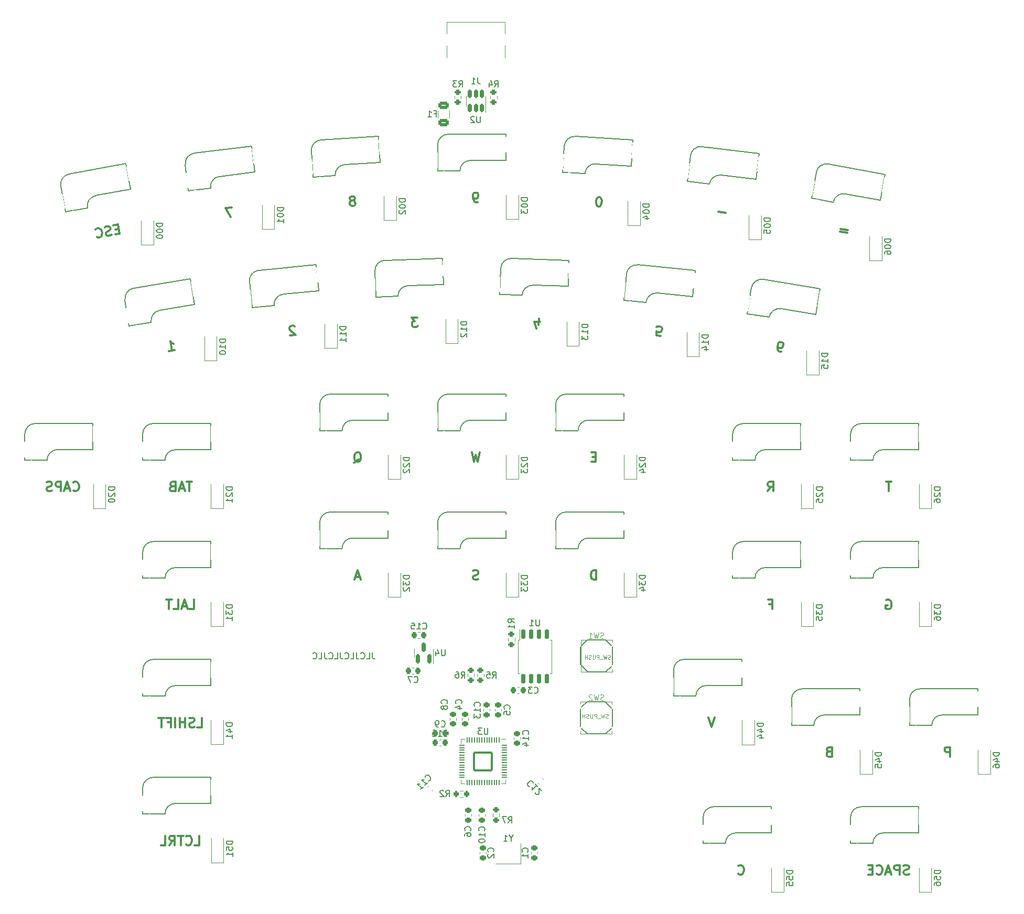
<source format=gbr>
%TF.GenerationSoftware,KiCad,Pcbnew,(6.0.1)*%
%TF.CreationDate,2023-02-18T19:59:14-08:00*%
%TF.ProjectId,StealthPad,53746561-6c74-4685-9061-642e6b696361,rev?*%
%TF.SameCoordinates,Original*%
%TF.FileFunction,Legend,Bot*%
%TF.FilePolarity,Positive*%
%FSLAX46Y46*%
G04 Gerber Fmt 4.6, Leading zero omitted, Abs format (unit mm)*
G04 Created by KiCad (PCBNEW (6.0.1)) date 2023-02-18 19:59:14*
%MOMM*%
%LPD*%
G01*
G04 APERTURE LIST*
G04 Aperture macros list*
%AMRoundRect*
0 Rectangle with rounded corners*
0 $1 Rounding radius*
0 $2 $3 $4 $5 $6 $7 $8 $9 X,Y pos of 4 corners*
0 Add a 4 corners polygon primitive as box body*
4,1,4,$2,$3,$4,$5,$6,$7,$8,$9,$2,$3,0*
0 Add four circle primitives for the rounded corners*
1,1,$1+$1,$2,$3*
1,1,$1+$1,$4,$5*
1,1,$1+$1,$6,$7*
1,1,$1+$1,$8,$9*
0 Add four rect primitives between the rounded corners*
20,1,$1+$1,$2,$3,$4,$5,0*
20,1,$1+$1,$4,$5,$6,$7,0*
20,1,$1+$1,$6,$7,$8,$9,0*
20,1,$1+$1,$8,$9,$2,$3,0*%
%AMRotRect*
0 Rectangle, with rotation*
0 The origin of the aperture is its center*
0 $1 length*
0 $2 width*
0 $3 Rotation angle, in degrees counterclockwise*
0 Add horizontal line*
21,1,$1,$2,0,0,$3*%
G04 Aperture macros list end*
%ADD10C,0.150000*%
%ADD11C,0.304800*%
%ADD12C,0.101600*%
%ADD13C,0.076200*%
%ADD14C,0.120000*%
%ADD15C,0.127000*%
%ADD16C,0.066040*%
%ADD17R,1.200000X0.900000*%
%ADD18C,2.950000*%
%ADD19C,1.700000*%
%ADD20C,3.980180*%
%ADD21R,2.550000X2.500000*%
%ADD22RoundRect,0.225000X0.250000X-0.225000X0.250000X0.225000X-0.250000X0.225000X-0.250000X-0.225000X0*%
%ADD23RoundRect,0.200000X0.275000X-0.200000X0.275000X0.200000X-0.275000X0.200000X-0.275000X-0.200000X0*%
%ADD24RoundRect,0.150000X0.150000X-0.587500X0.150000X0.587500X-0.150000X0.587500X-0.150000X-0.587500X0*%
%ADD25RoundRect,0.200000X-0.275000X0.200000X-0.275000X-0.200000X0.275000X-0.200000X0.275000X0.200000X0*%
%ADD26RoundRect,0.150000X0.150000X-0.512500X0.150000X0.512500X-0.150000X0.512500X-0.150000X-0.512500X0*%
%ADD27RotRect,2.550000X2.500000X183.500000*%
%ADD28R,0.998220X0.698500*%
%ADD29RotRect,2.550000X2.500000X170.750000*%
%ADD30RotRect,2.550000X2.500000X181.850000*%
%ADD31RoundRect,0.225000X-0.250000X0.225000X-0.250000X-0.225000X0.250000X-0.225000X0.250000X0.225000X0*%
%ADD32RotRect,2.550000X2.500000X190.500000*%
%ADD33RoundRect,0.225000X-0.225000X-0.250000X0.225000X-0.250000X0.225000X0.250000X-0.225000X0.250000X0*%
%ADD34R,1.400000X1.200000*%
%ADD35RotRect,2.550000X2.500000X169.500000*%
%ADD36RoundRect,0.225000X0.225000X0.250000X-0.225000X0.250000X-0.225000X-0.250000X0.225000X-0.250000X0*%
%ADD37RoundRect,0.225000X-0.017678X0.335876X-0.335876X0.017678X0.017678X-0.335876X0.335876X-0.017678X0*%
%ADD38RotRect,2.550000X2.500000X189.250000*%
%ADD39RotRect,2.550000X2.500000X176.500000*%
%ADD40RoundRect,0.150000X-0.150000X0.650000X-0.150000X-0.650000X0.150000X-0.650000X0.150000X0.650000X0*%
%ADD41RotRect,2.550000X2.500000X185.550000*%
%ADD42RoundRect,0.250000X-0.625000X0.375000X-0.625000X-0.375000X0.625000X-0.375000X0.625000X0.375000X0*%
%ADD43RotRect,2.550000X2.500000X187.000000*%
%ADD44RoundRect,0.200000X-0.200000X-0.275000X0.200000X-0.275000X0.200000X0.275000X-0.200000X0.275000X0*%
%ADD45RoundRect,0.050000X0.387500X0.050000X-0.387500X0.050000X-0.387500X-0.050000X0.387500X-0.050000X0*%
%ADD46RoundRect,0.050000X0.050000X0.387500X-0.050000X0.387500X-0.050000X-0.387500X0.050000X-0.387500X0*%
%ADD47RoundRect,0.144000X1.456000X1.456000X-1.456000X1.456000X-1.456000X-1.456000X1.456000X-1.456000X0*%
%ADD48RotRect,2.550000X2.500000X173.000000*%
%ADD49RotRect,2.550000X2.500000X178.150000*%
%ADD50RotRect,2.550000X2.500000X174.450000*%
%ADD51C,0.650000*%
%ADD52R,0.600000X1.450000*%
%ADD53R,0.300000X1.450000*%
%ADD54O,1.000000X2.100000*%
%ADD55O,1.000000X1.600000*%
%ADD56RoundRect,0.225000X-0.335876X-0.017678X-0.017678X-0.335876X0.335876X0.017678X0.017678X0.335876X0*%
G04 APERTURE END LIST*
D10*
%TO.C,REF\u002A\u002A*%
X97089047Y-159552380D02*
X97089047Y-160266666D01*
X97136666Y-160409523D01*
X97231904Y-160504761D01*
X97374761Y-160552380D01*
X97470000Y-160552380D01*
X96136666Y-160552380D02*
X96612857Y-160552380D01*
X96612857Y-159552380D01*
X95231904Y-160457142D02*
X95279523Y-160504761D01*
X95422380Y-160552380D01*
X95517619Y-160552380D01*
X95660476Y-160504761D01*
X95755714Y-160409523D01*
X95803333Y-160314285D01*
X95850952Y-160123809D01*
X95850952Y-159980952D01*
X95803333Y-159790476D01*
X95755714Y-159695238D01*
X95660476Y-159600000D01*
X95517619Y-159552380D01*
X95422380Y-159552380D01*
X95279523Y-159600000D01*
X95231904Y-159647619D01*
X94517619Y-159552380D02*
X94517619Y-160266666D01*
X94565238Y-160409523D01*
X94660476Y-160504761D01*
X94803333Y-160552380D01*
X94898571Y-160552380D01*
X93565238Y-160552380D02*
X94041428Y-160552380D01*
X94041428Y-159552380D01*
X92660476Y-160457142D02*
X92708095Y-160504761D01*
X92850952Y-160552380D01*
X92946190Y-160552380D01*
X93089047Y-160504761D01*
X93184285Y-160409523D01*
X93231904Y-160314285D01*
X93279523Y-160123809D01*
X93279523Y-159980952D01*
X93231904Y-159790476D01*
X93184285Y-159695238D01*
X93089047Y-159600000D01*
X92946190Y-159552380D01*
X92850952Y-159552380D01*
X92708095Y-159600000D01*
X92660476Y-159647619D01*
X91946190Y-159552380D02*
X91946190Y-160266666D01*
X91993809Y-160409523D01*
X92089047Y-160504761D01*
X92231904Y-160552380D01*
X92327142Y-160552380D01*
X90993809Y-160552380D02*
X91470000Y-160552380D01*
X91470000Y-159552380D01*
X90089047Y-160457142D02*
X90136666Y-160504761D01*
X90279523Y-160552380D01*
X90374761Y-160552380D01*
X90517619Y-160504761D01*
X90612857Y-160409523D01*
X90660476Y-160314285D01*
X90708095Y-160123809D01*
X90708095Y-159980952D01*
X90660476Y-159790476D01*
X90612857Y-159695238D01*
X90517619Y-159600000D01*
X90374761Y-159552380D01*
X90279523Y-159552380D01*
X90136666Y-159600000D01*
X90089047Y-159647619D01*
X89374761Y-159552380D02*
X89374761Y-160266666D01*
X89422380Y-160409523D01*
X89517619Y-160504761D01*
X89660476Y-160552380D01*
X89755714Y-160552380D01*
X88422380Y-160552380D02*
X88898571Y-160552380D01*
X88898571Y-159552380D01*
X87517619Y-160457142D02*
X87565238Y-160504761D01*
X87708095Y-160552380D01*
X87803333Y-160552380D01*
X87946190Y-160504761D01*
X88041428Y-160409523D01*
X88089047Y-160314285D01*
X88136666Y-160123809D01*
X88136666Y-159980952D01*
X88089047Y-159790476D01*
X88041428Y-159695238D01*
X87946190Y-159600000D01*
X87803333Y-159552380D01*
X87708095Y-159552380D01*
X87565238Y-159600000D01*
X87517619Y-159647619D01*
%TO.C,D12*%
X112352380Y-106065714D02*
X111352380Y-106065714D01*
X111352380Y-106303809D01*
X111400000Y-106446666D01*
X111495238Y-106541904D01*
X111590476Y-106589523D01*
X111780952Y-106637142D01*
X111923809Y-106637142D01*
X112114285Y-106589523D01*
X112209523Y-106541904D01*
X112304761Y-106446666D01*
X112352380Y-106303809D01*
X112352380Y-106065714D01*
X112352380Y-107589523D02*
X112352380Y-107018095D01*
X112352380Y-107303809D02*
X111352380Y-107303809D01*
X111495238Y-107208571D01*
X111590476Y-107113333D01*
X111638095Y-107018095D01*
X111447619Y-107970476D02*
X111400000Y-108018095D01*
X111352380Y-108113333D01*
X111352380Y-108351428D01*
X111400000Y-108446666D01*
X111447619Y-108494285D01*
X111542857Y-108541904D01*
X111638095Y-108541904D01*
X111780952Y-108494285D01*
X112352380Y-107922857D01*
X112352380Y-108541904D01*
D11*
%TO.C,K21*%
X67990571Y-131955428D02*
X67119714Y-131955428D01*
X67555142Y-133479428D02*
X67555142Y-131955428D01*
X66684285Y-133044000D02*
X65958571Y-133044000D01*
X66829428Y-133479428D02*
X66321428Y-131955428D01*
X65813428Y-133479428D01*
X64797428Y-132681142D02*
X64579714Y-132753714D01*
X64507142Y-132826285D01*
X64434571Y-132971428D01*
X64434571Y-133189142D01*
X64507142Y-133334285D01*
X64579714Y-133406857D01*
X64724857Y-133479428D01*
X65305428Y-133479428D01*
X65305428Y-131955428D01*
X64797428Y-131955428D01*
X64652285Y-132028000D01*
X64579714Y-132100571D01*
X64507142Y-132245714D01*
X64507142Y-132390857D01*
X64579714Y-132536000D01*
X64652285Y-132608571D01*
X64797428Y-132681142D01*
X65305428Y-132681142D01*
D10*
%TO.C,C2*%
X116627142Y-191713333D02*
X116674761Y-191665714D01*
X116722380Y-191522857D01*
X116722380Y-191427619D01*
X116674761Y-191284761D01*
X116579523Y-191189523D01*
X116484285Y-191141904D01*
X116293809Y-191094285D01*
X116150952Y-191094285D01*
X115960476Y-191141904D01*
X115865238Y-191189523D01*
X115770000Y-191284761D01*
X115722380Y-191427619D01*
X115722380Y-191522857D01*
X115770000Y-191665714D01*
X115817619Y-191713333D01*
X115817619Y-192094285D02*
X115770000Y-192141904D01*
X115722380Y-192237142D01*
X115722380Y-192475238D01*
X115770000Y-192570476D01*
X115817619Y-192618095D01*
X115912857Y-192665714D01*
X116008095Y-192665714D01*
X116150952Y-192618095D01*
X116722380Y-192046666D01*
X116722380Y-192665714D01*
%TO.C,R6*%
X111446666Y-163642380D02*
X111780000Y-163166190D01*
X112018095Y-163642380D02*
X112018095Y-162642380D01*
X111637142Y-162642380D01*
X111541904Y-162690000D01*
X111494285Y-162737619D01*
X111446666Y-162832857D01*
X111446666Y-162975714D01*
X111494285Y-163070952D01*
X111541904Y-163118571D01*
X111637142Y-163166190D01*
X112018095Y-163166190D01*
X110589523Y-162642380D02*
X110780000Y-162642380D01*
X110875238Y-162690000D01*
X110922857Y-162737619D01*
X111018095Y-162880476D01*
X111065714Y-163070952D01*
X111065714Y-163451904D01*
X111018095Y-163547142D01*
X110970476Y-163594761D01*
X110875238Y-163642380D01*
X110684761Y-163642380D01*
X110589523Y-163594761D01*
X110541904Y-163547142D01*
X110494285Y-163451904D01*
X110494285Y-163213809D01*
X110541904Y-163118571D01*
X110589523Y-163070952D01*
X110684761Y-163023333D01*
X110875238Y-163023333D01*
X110970476Y-163070952D01*
X111018095Y-163118571D01*
X111065714Y-163213809D01*
%TO.C,U4*%
X108831904Y-159052380D02*
X108831904Y-159861904D01*
X108784285Y-159957142D01*
X108736666Y-160004761D01*
X108641428Y-160052380D01*
X108450952Y-160052380D01*
X108355714Y-160004761D01*
X108308095Y-159957142D01*
X108260476Y-159861904D01*
X108260476Y-159052380D01*
X107355714Y-159385714D02*
X107355714Y-160052380D01*
X107593809Y-159004761D02*
X107831904Y-159719047D01*
X107212857Y-159719047D01*
%TO.C,R5*%
X116486666Y-163642380D02*
X116820000Y-163166190D01*
X117058095Y-163642380D02*
X117058095Y-162642380D01*
X116677142Y-162642380D01*
X116581904Y-162690000D01*
X116534285Y-162737619D01*
X116486666Y-162832857D01*
X116486666Y-162975714D01*
X116534285Y-163070952D01*
X116581904Y-163118571D01*
X116677142Y-163166190D01*
X117058095Y-163166190D01*
X115581904Y-162642380D02*
X116058095Y-162642380D01*
X116105714Y-163118571D01*
X116058095Y-163070952D01*
X115962857Y-163023333D01*
X115724761Y-163023333D01*
X115629523Y-163070952D01*
X115581904Y-163118571D01*
X115534285Y-163213809D01*
X115534285Y-163451904D01*
X115581904Y-163547142D01*
X115629523Y-163594761D01*
X115724761Y-163642380D01*
X115962857Y-163642380D01*
X116058095Y-163594761D01*
X116105714Y-163547142D01*
%TO.C,D14*%
X151312380Y-108195714D02*
X150312380Y-108195714D01*
X150312380Y-108433809D01*
X150360000Y-108576666D01*
X150455238Y-108671904D01*
X150550476Y-108719523D01*
X150740952Y-108767142D01*
X150883809Y-108767142D01*
X151074285Y-108719523D01*
X151169523Y-108671904D01*
X151264761Y-108576666D01*
X151312380Y-108433809D01*
X151312380Y-108195714D01*
X151312380Y-109719523D02*
X151312380Y-109148095D01*
X151312380Y-109433809D02*
X150312380Y-109433809D01*
X150455238Y-109338571D01*
X150550476Y-109243333D01*
X150598095Y-109148095D01*
X150645714Y-110576666D02*
X151312380Y-110576666D01*
X150264761Y-110338571D02*
X150979047Y-110100476D01*
X150979047Y-110719523D01*
%TO.C,D26*%
X188802380Y-132805714D02*
X187802380Y-132805714D01*
X187802380Y-133043809D01*
X187850000Y-133186666D01*
X187945238Y-133281904D01*
X188040476Y-133329523D01*
X188230952Y-133377142D01*
X188373809Y-133377142D01*
X188564285Y-133329523D01*
X188659523Y-133281904D01*
X188754761Y-133186666D01*
X188802380Y-133043809D01*
X188802380Y-132805714D01*
X187897619Y-133758095D02*
X187850000Y-133805714D01*
X187802380Y-133900952D01*
X187802380Y-134139047D01*
X187850000Y-134234285D01*
X187897619Y-134281904D01*
X187992857Y-134329523D01*
X188088095Y-134329523D01*
X188230952Y-134281904D01*
X188802380Y-133710476D01*
X188802380Y-134329523D01*
X187802380Y-135186666D02*
X187802380Y-134996190D01*
X187850000Y-134900952D01*
X187897619Y-134853333D01*
X188040476Y-134758095D01*
X188230952Y-134710476D01*
X188611904Y-134710476D01*
X188707142Y-134758095D01*
X188754761Y-134805714D01*
X188802380Y-134900952D01*
X188802380Y-135091428D01*
X188754761Y-135186666D01*
X188707142Y-135234285D01*
X188611904Y-135281904D01*
X188373809Y-135281904D01*
X188278571Y-135234285D01*
X188230952Y-135186666D01*
X188183333Y-135091428D01*
X188183333Y-134900952D01*
X188230952Y-134805714D01*
X188278571Y-134758095D01*
X188373809Y-134710476D01*
%TO.C,U2*%
X114531904Y-72912380D02*
X114531904Y-73721904D01*
X114484285Y-73817142D01*
X114436666Y-73864761D01*
X114341428Y-73912380D01*
X114150952Y-73912380D01*
X114055714Y-73864761D01*
X114008095Y-73817142D01*
X113960476Y-73721904D01*
X113960476Y-72912380D01*
X113531904Y-73007619D02*
X113484285Y-72960000D01*
X113389047Y-72912380D01*
X113150952Y-72912380D01*
X113055714Y-72960000D01*
X113008095Y-73007619D01*
X112960476Y-73102857D01*
X112960476Y-73198095D01*
X113008095Y-73340952D01*
X113579523Y-73912380D01*
X112960476Y-73912380D01*
%TO.C,D24*%
X141182380Y-127995714D02*
X140182380Y-127995714D01*
X140182380Y-128233809D01*
X140230000Y-128376666D01*
X140325238Y-128471904D01*
X140420476Y-128519523D01*
X140610952Y-128567142D01*
X140753809Y-128567142D01*
X140944285Y-128519523D01*
X141039523Y-128471904D01*
X141134761Y-128376666D01*
X141182380Y-128233809D01*
X141182380Y-127995714D01*
X140277619Y-128948095D02*
X140230000Y-128995714D01*
X140182380Y-129090952D01*
X140182380Y-129329047D01*
X140230000Y-129424285D01*
X140277619Y-129471904D01*
X140372857Y-129519523D01*
X140468095Y-129519523D01*
X140610952Y-129471904D01*
X141182380Y-128900476D01*
X141182380Y-129519523D01*
X140515714Y-130376666D02*
X141182380Y-130376666D01*
X140134761Y-130138571D02*
X140849047Y-129900476D01*
X140849047Y-130519523D01*
D11*
%TO.C,K31*%
X67528857Y-152529428D02*
X68254571Y-152529428D01*
X68254571Y-151005428D01*
X67093428Y-152094000D02*
X66367714Y-152094000D01*
X67238571Y-152529428D02*
X66730571Y-151005428D01*
X66222571Y-152529428D01*
X64988857Y-152529428D02*
X65714571Y-152529428D01*
X65714571Y-151005428D01*
X64698571Y-151005428D02*
X63827714Y-151005428D01*
X64263142Y-152529428D02*
X64263142Y-151005428D01*
%TO.C,K02*%
X94007466Y-86483521D02*
X94147907Y-86402224D01*
X94215913Y-86325357D01*
X94279488Y-86176055D01*
X94275058Y-86103619D01*
X94193761Y-85963177D01*
X94116895Y-85895171D01*
X93967592Y-85831596D01*
X93677848Y-85849317D01*
X93537406Y-85930614D01*
X93469401Y-86007481D01*
X93405825Y-86156783D01*
X93410256Y-86229219D01*
X93491552Y-86369661D01*
X93568419Y-86437667D01*
X93717721Y-86501242D01*
X94007466Y-86483521D01*
X94156768Y-86547096D01*
X94233635Y-86615102D01*
X94314931Y-86755543D01*
X94332653Y-87045288D01*
X94269078Y-87194590D01*
X94201072Y-87271457D01*
X94060630Y-87352753D01*
X93770886Y-87370475D01*
X93621583Y-87306900D01*
X93544717Y-87238894D01*
X93463420Y-87098452D01*
X93445699Y-86808708D01*
X93509274Y-86659405D01*
X93577280Y-86582539D01*
X93717721Y-86501242D01*
D12*
%TO.C,SW1*%
X134435333Y-157179833D02*
X134308333Y-157222166D01*
X134096666Y-157222166D01*
X134012000Y-157179833D01*
X133969666Y-157137500D01*
X133927333Y-157052833D01*
X133927333Y-156968166D01*
X133969666Y-156883500D01*
X134012000Y-156841166D01*
X134096666Y-156798833D01*
X134266000Y-156756500D01*
X134350666Y-156714166D01*
X134393000Y-156671833D01*
X134435333Y-156587166D01*
X134435333Y-156502500D01*
X134393000Y-156417833D01*
X134350666Y-156375500D01*
X134266000Y-156333166D01*
X134054333Y-156333166D01*
X133927333Y-156375500D01*
X133631000Y-156333166D02*
X133419333Y-157222166D01*
X133250000Y-156587166D01*
X133080666Y-157222166D01*
X132869000Y-156333166D01*
X132064666Y-157222166D02*
X132572666Y-157222166D01*
X132318666Y-157222166D02*
X132318666Y-156333166D01*
X132403333Y-156460166D01*
X132488000Y-156544833D01*
X132572666Y-156587166D01*
D13*
X135524509Y-160547923D02*
X135433795Y-160578161D01*
X135282604Y-160578161D01*
X135222128Y-160547923D01*
X135191890Y-160517685D01*
X135161652Y-160457209D01*
X135161652Y-160396733D01*
X135191890Y-160336257D01*
X135222128Y-160306019D01*
X135282604Y-160275780D01*
X135403557Y-160245542D01*
X135464033Y-160215304D01*
X135494271Y-160185066D01*
X135524509Y-160124590D01*
X135524509Y-160064114D01*
X135494271Y-160003638D01*
X135464033Y-159973400D01*
X135403557Y-159943161D01*
X135252366Y-159943161D01*
X135161652Y-159973400D01*
X134949985Y-159943161D02*
X134798795Y-160578161D01*
X134677842Y-160124590D01*
X134556890Y-160578161D01*
X134405700Y-159943161D01*
X134314985Y-160638638D02*
X133831176Y-160638638D01*
X133679985Y-160578161D02*
X133679985Y-159943161D01*
X133438080Y-159943161D01*
X133377604Y-159973400D01*
X133347366Y-160003638D01*
X133317128Y-160064114D01*
X133317128Y-160154828D01*
X133347366Y-160215304D01*
X133377604Y-160245542D01*
X133438080Y-160275780D01*
X133679985Y-160275780D01*
X133044985Y-159943161D02*
X133044985Y-160457209D01*
X133014747Y-160517685D01*
X132984509Y-160547923D01*
X132924033Y-160578161D01*
X132803080Y-160578161D01*
X132742604Y-160547923D01*
X132712366Y-160517685D01*
X132682128Y-160457209D01*
X132682128Y-159943161D01*
X132409985Y-160547923D02*
X132319271Y-160578161D01*
X132168080Y-160578161D01*
X132107604Y-160547923D01*
X132077366Y-160517685D01*
X132047128Y-160457209D01*
X132047128Y-160396733D01*
X132077366Y-160336257D01*
X132107604Y-160306019D01*
X132168080Y-160275780D01*
X132289033Y-160245542D01*
X132349509Y-160215304D01*
X132379747Y-160185066D01*
X132409985Y-160124590D01*
X132409985Y-160064114D01*
X132379747Y-160003638D01*
X132349509Y-159973400D01*
X132289033Y-159943161D01*
X132137842Y-159943161D01*
X132047128Y-159973400D01*
X131774985Y-160578161D02*
X131774985Y-159943161D01*
X131774985Y-160245542D02*
X131412128Y-160245542D01*
X131412128Y-160578161D02*
X131412128Y-159943161D01*
D11*
%TO.C,K15*%
X163119760Y-110954867D02*
X162833249Y-110908205D01*
X162701659Y-110813247D01*
X162641697Y-110729954D01*
X162533437Y-110491740D01*
X162508471Y-110193564D01*
X162601793Y-109620542D01*
X162696752Y-109488952D01*
X162780045Y-109428989D01*
X162934966Y-109380692D01*
X163221476Y-109427354D01*
X163353067Y-109522312D01*
X163413029Y-109605605D01*
X163461326Y-109760526D01*
X163403000Y-110118665D01*
X163308041Y-110250255D01*
X163224748Y-110310217D01*
X163069827Y-110358514D01*
X162783316Y-110311853D01*
X162651726Y-110216895D01*
X162591764Y-110133602D01*
X162543467Y-109978681D01*
D10*
%TO.C,D02*%
X102427380Y-86210714D02*
X101427380Y-86210714D01*
X101427380Y-86448809D01*
X101475000Y-86591666D01*
X101570238Y-86686904D01*
X101665476Y-86734523D01*
X101855952Y-86782142D01*
X101998809Y-86782142D01*
X102189285Y-86734523D01*
X102284523Y-86686904D01*
X102379761Y-86591666D01*
X102427380Y-86448809D01*
X102427380Y-86210714D01*
X101427380Y-87401190D02*
X101427380Y-87496428D01*
X101475000Y-87591666D01*
X101522619Y-87639285D01*
X101617857Y-87686904D01*
X101808333Y-87734523D01*
X102046428Y-87734523D01*
X102236904Y-87686904D01*
X102332142Y-87639285D01*
X102379761Y-87591666D01*
X102427380Y-87496428D01*
X102427380Y-87401190D01*
X102379761Y-87305952D01*
X102332142Y-87258333D01*
X102236904Y-87210714D01*
X102046428Y-87163095D01*
X101808333Y-87163095D01*
X101617857Y-87210714D01*
X101522619Y-87258333D01*
X101475000Y-87305952D01*
X101427380Y-87401190D01*
X101522619Y-88115476D02*
X101475000Y-88163095D01*
X101427380Y-88258333D01*
X101427380Y-88496428D01*
X101475000Y-88591666D01*
X101522619Y-88639285D01*
X101617857Y-88686904D01*
X101713095Y-88686904D01*
X101855952Y-88639285D01*
X102427380Y-88067857D01*
X102427380Y-88686904D01*
D11*
%TO.C,K12*%
X104383782Y-105407639D02*
X103440845Y-105438096D01*
X103967323Y-106001965D01*
X103749722Y-106008994D01*
X103606998Y-106086213D01*
X103536807Y-106161089D01*
X103468959Y-106308499D01*
X103480673Y-106671167D01*
X103557893Y-106813892D01*
X103632769Y-106884082D01*
X103780179Y-106951930D01*
X104215381Y-106937873D01*
X104358105Y-106860654D01*
X104428296Y-106785778D01*
D10*
%TO.C,D15*%
X170632380Y-111165714D02*
X169632380Y-111165714D01*
X169632380Y-111403809D01*
X169680000Y-111546666D01*
X169775238Y-111641904D01*
X169870476Y-111689523D01*
X170060952Y-111737142D01*
X170203809Y-111737142D01*
X170394285Y-111689523D01*
X170489523Y-111641904D01*
X170584761Y-111546666D01*
X170632380Y-111403809D01*
X170632380Y-111165714D01*
X170632380Y-112689523D02*
X170632380Y-112118095D01*
X170632380Y-112403809D02*
X169632380Y-112403809D01*
X169775238Y-112308571D01*
X169870476Y-112213333D01*
X169918095Y-112118095D01*
X169632380Y-113594285D02*
X169632380Y-113118095D01*
X170108571Y-113070476D01*
X170060952Y-113118095D01*
X170013333Y-113213333D01*
X170013333Y-113451428D01*
X170060952Y-113546666D01*
X170108571Y-113594285D01*
X170203809Y-113641904D01*
X170441904Y-113641904D01*
X170537142Y-113594285D01*
X170584761Y-113546666D01*
X170632380Y-113451428D01*
X170632380Y-113213333D01*
X170584761Y-113118095D01*
X170537142Y-113070476D01*
D11*
%TO.C,K24*%
X133156571Y-127921142D02*
X132648571Y-127921142D01*
X132430857Y-128719428D02*
X133156571Y-128719428D01*
X133156571Y-127195428D01*
X132430857Y-127195428D01*
D10*
%TO.C,C10*%
X115157142Y-188307142D02*
X115204761Y-188259523D01*
X115252380Y-188116666D01*
X115252380Y-188021428D01*
X115204761Y-187878571D01*
X115109523Y-187783333D01*
X115014285Y-187735714D01*
X114823809Y-187688095D01*
X114680952Y-187688095D01*
X114490476Y-187735714D01*
X114395238Y-187783333D01*
X114300000Y-187878571D01*
X114252380Y-188021428D01*
X114252380Y-188116666D01*
X114300000Y-188259523D01*
X114347619Y-188307142D01*
X115252380Y-189259523D02*
X115252380Y-188688095D01*
X115252380Y-188973809D02*
X114252380Y-188973809D01*
X114395238Y-188878571D01*
X114490476Y-188783333D01*
X114538095Y-188688095D01*
X114252380Y-189878571D02*
X114252380Y-189973809D01*
X114300000Y-190069047D01*
X114347619Y-190116666D01*
X114442857Y-190164285D01*
X114633333Y-190211904D01*
X114871428Y-190211904D01*
X115061904Y-190164285D01*
X115157142Y-190116666D01*
X115204761Y-190069047D01*
X115252380Y-189973809D01*
X115252380Y-189878571D01*
X115204761Y-189783333D01*
X115157142Y-189735714D01*
X115061904Y-189688095D01*
X114871428Y-189640476D01*
X114633333Y-189640476D01*
X114442857Y-189688095D01*
X114347619Y-189735714D01*
X114300000Y-189783333D01*
X114252380Y-189878571D01*
D11*
%TO.C,K00*%
X56121891Y-91073730D02*
X55622398Y-91166306D01*
X55553805Y-91990899D02*
X56267367Y-91858648D01*
X55989640Y-90360168D01*
X55276078Y-90492419D01*
X54969730Y-92025344D02*
X54768887Y-92136375D01*
X54412106Y-92202501D01*
X54256168Y-92157595D01*
X54171587Y-92099463D01*
X54073780Y-91969976D01*
X54047330Y-91827264D01*
X54092236Y-91671326D01*
X54150367Y-91586745D01*
X54279855Y-91488938D01*
X54552055Y-91364682D01*
X54681542Y-91266876D01*
X54739673Y-91182294D01*
X54784579Y-91026357D01*
X54758129Y-90883644D01*
X54660322Y-90754157D01*
X54575741Y-90696026D01*
X54419804Y-90651120D01*
X54063023Y-90717245D01*
X53862179Y-90828277D01*
X52601750Y-92390416D02*
X52686331Y-92448547D01*
X52913625Y-92480228D01*
X53056338Y-92453777D01*
X53257181Y-92342746D01*
X53373443Y-92173583D01*
X53418349Y-92017646D01*
X53436805Y-91718996D01*
X53397130Y-91504927D01*
X53272873Y-91232727D01*
X53175067Y-91103240D01*
X53005904Y-90986978D01*
X52778611Y-90955297D01*
X52635898Y-90981747D01*
X52435055Y-91092779D01*
X52376924Y-91177360D01*
D10*
%TO.C,D20*%
X55462380Y-132775714D02*
X54462380Y-132775714D01*
X54462380Y-133013809D01*
X54510000Y-133156666D01*
X54605238Y-133251904D01*
X54700476Y-133299523D01*
X54890952Y-133347142D01*
X55033809Y-133347142D01*
X55224285Y-133299523D01*
X55319523Y-133251904D01*
X55414761Y-133156666D01*
X55462380Y-133013809D01*
X55462380Y-132775714D01*
X54557619Y-133728095D02*
X54510000Y-133775714D01*
X54462380Y-133870952D01*
X54462380Y-134109047D01*
X54510000Y-134204285D01*
X54557619Y-134251904D01*
X54652857Y-134299523D01*
X54748095Y-134299523D01*
X54890952Y-134251904D01*
X55462380Y-133680476D01*
X55462380Y-134299523D01*
X54462380Y-134918571D02*
X54462380Y-135013809D01*
X54510000Y-135109047D01*
X54557619Y-135156666D01*
X54652857Y-135204285D01*
X54843333Y-135251904D01*
X55081428Y-135251904D01*
X55271904Y-135204285D01*
X55367142Y-135156666D01*
X55414761Y-135109047D01*
X55462380Y-135013809D01*
X55462380Y-134918571D01*
X55414761Y-134823333D01*
X55367142Y-134775714D01*
X55271904Y-134728095D01*
X55081428Y-134680476D01*
X54843333Y-134680476D01*
X54652857Y-134728095D01*
X54557619Y-134775714D01*
X54510000Y-134823333D01*
X54462380Y-134918571D01*
%TO.C,D35*%
X169752380Y-151835714D02*
X168752380Y-151835714D01*
X168752380Y-152073809D01*
X168800000Y-152216666D01*
X168895238Y-152311904D01*
X168990476Y-152359523D01*
X169180952Y-152407142D01*
X169323809Y-152407142D01*
X169514285Y-152359523D01*
X169609523Y-152311904D01*
X169704761Y-152216666D01*
X169752380Y-152073809D01*
X169752380Y-151835714D01*
X168752380Y-152740476D02*
X168752380Y-153359523D01*
X169133333Y-153026190D01*
X169133333Y-153169047D01*
X169180952Y-153264285D01*
X169228571Y-153311904D01*
X169323809Y-153359523D01*
X169561904Y-153359523D01*
X169657142Y-153311904D01*
X169704761Y-153264285D01*
X169752380Y-153169047D01*
X169752380Y-152883333D01*
X169704761Y-152788095D01*
X169657142Y-152740476D01*
X168752380Y-154264285D02*
X168752380Y-153788095D01*
X169228571Y-153740476D01*
X169180952Y-153788095D01*
X169133333Y-153883333D01*
X169133333Y-154121428D01*
X169180952Y-154216666D01*
X169228571Y-154264285D01*
X169323809Y-154311904D01*
X169561904Y-154311904D01*
X169657142Y-154264285D01*
X169704761Y-154216666D01*
X169752380Y-154121428D01*
X169752380Y-153883333D01*
X169704761Y-153788095D01*
X169657142Y-153740476D01*
%TO.C,C7*%
X103816666Y-164287142D02*
X103864285Y-164334761D01*
X104007142Y-164382380D01*
X104102380Y-164382380D01*
X104245238Y-164334761D01*
X104340476Y-164239523D01*
X104388095Y-164144285D01*
X104435714Y-163953809D01*
X104435714Y-163810952D01*
X104388095Y-163620476D01*
X104340476Y-163525238D01*
X104245238Y-163430000D01*
X104102380Y-163382380D01*
X104007142Y-163382380D01*
X103864285Y-163430000D01*
X103816666Y-163477619D01*
X103483333Y-163382380D02*
X102816666Y-163382380D01*
X103245238Y-164382380D01*
D11*
%TO.C,K55*%
X156160785Y-195246785D02*
X156233357Y-195319357D01*
X156451071Y-195391928D01*
X156596214Y-195391928D01*
X156813928Y-195319357D01*
X156959071Y-195174214D01*
X157031642Y-195029071D01*
X157104214Y-194738785D01*
X157104214Y-194521071D01*
X157031642Y-194230785D01*
X156959071Y-194085642D01*
X156813928Y-193940500D01*
X156596214Y-193867928D01*
X156451071Y-193867928D01*
X156233357Y-193940500D01*
X156160785Y-194013071D01*
D10*
%TO.C,C5*%
X119232142Y-168633333D02*
X119279761Y-168585714D01*
X119327380Y-168442857D01*
X119327380Y-168347619D01*
X119279761Y-168204761D01*
X119184523Y-168109523D01*
X119089285Y-168061904D01*
X118898809Y-168014285D01*
X118755952Y-168014285D01*
X118565476Y-168061904D01*
X118470238Y-168109523D01*
X118375000Y-168204761D01*
X118327380Y-168347619D01*
X118327380Y-168442857D01*
X118375000Y-168585714D01*
X118422619Y-168633333D01*
X118327380Y-169538095D02*
X118327380Y-169061904D01*
X118803571Y-169014285D01*
X118755952Y-169061904D01*
X118708333Y-169157142D01*
X118708333Y-169395238D01*
X118755952Y-169490476D01*
X118803571Y-169538095D01*
X118898809Y-169585714D01*
X119136904Y-169585714D01*
X119232142Y-169538095D01*
X119279761Y-169490476D01*
X119327380Y-169395238D01*
X119327380Y-169157142D01*
X119279761Y-169061904D01*
X119232142Y-169014285D01*
%TO.C,D13*%
X131912380Y-106495714D02*
X130912380Y-106495714D01*
X130912380Y-106733809D01*
X130960000Y-106876666D01*
X131055238Y-106971904D01*
X131150476Y-107019523D01*
X131340952Y-107067142D01*
X131483809Y-107067142D01*
X131674285Y-107019523D01*
X131769523Y-106971904D01*
X131864761Y-106876666D01*
X131912380Y-106733809D01*
X131912380Y-106495714D01*
X131912380Y-108019523D02*
X131912380Y-107448095D01*
X131912380Y-107733809D02*
X130912380Y-107733809D01*
X131055238Y-107638571D01*
X131150476Y-107543333D01*
X131198095Y-107448095D01*
X130912380Y-108352857D02*
X130912380Y-108971904D01*
X131293333Y-108638571D01*
X131293333Y-108781428D01*
X131340952Y-108876666D01*
X131388571Y-108924285D01*
X131483809Y-108971904D01*
X131721904Y-108971904D01*
X131817142Y-108924285D01*
X131864761Y-108876666D01*
X131912380Y-108781428D01*
X131912380Y-108495714D01*
X131864761Y-108400476D01*
X131817142Y-108352857D01*
%TO.C,Y1*%
X119476190Y-189501190D02*
X119476190Y-189977380D01*
X119809523Y-188977380D02*
X119476190Y-189501190D01*
X119142857Y-188977380D01*
X118285714Y-189977380D02*
X118857142Y-189977380D01*
X118571428Y-189977380D02*
X118571428Y-188977380D01*
X118666666Y-189120238D01*
X118761904Y-189215476D01*
X118857142Y-189263095D01*
D11*
%TO.C,K06*%
X172631488Y-91512625D02*
X173773188Y-91724227D01*
X173852538Y-91296089D02*
X172710839Y-91084488D01*
D10*
%TO.C,D55*%
X164992380Y-194725714D02*
X163992380Y-194725714D01*
X163992380Y-194963809D01*
X164040000Y-195106666D01*
X164135238Y-195201904D01*
X164230476Y-195249523D01*
X164420952Y-195297142D01*
X164563809Y-195297142D01*
X164754285Y-195249523D01*
X164849523Y-195201904D01*
X164944761Y-195106666D01*
X164992380Y-194963809D01*
X164992380Y-194725714D01*
X163992380Y-196201904D02*
X163992380Y-195725714D01*
X164468571Y-195678095D01*
X164420952Y-195725714D01*
X164373333Y-195820952D01*
X164373333Y-196059047D01*
X164420952Y-196154285D01*
X164468571Y-196201904D01*
X164563809Y-196249523D01*
X164801904Y-196249523D01*
X164897142Y-196201904D01*
X164944761Y-196154285D01*
X164992380Y-196059047D01*
X164992380Y-195820952D01*
X164944761Y-195725714D01*
X164897142Y-195678095D01*
X163992380Y-197154285D02*
X163992380Y-196678095D01*
X164468571Y-196630476D01*
X164420952Y-196678095D01*
X164373333Y-196773333D01*
X164373333Y-197011428D01*
X164420952Y-197106666D01*
X164468571Y-197154285D01*
X164563809Y-197201904D01*
X164801904Y-197201904D01*
X164897142Y-197154285D01*
X164944761Y-197106666D01*
X164992380Y-197011428D01*
X164992380Y-196773333D01*
X164944761Y-196678095D01*
X164897142Y-196630476D01*
D11*
%TO.C,K41*%
X68808857Y-171589428D02*
X69534571Y-171589428D01*
X69534571Y-170065428D01*
X68373428Y-171516857D02*
X68155714Y-171589428D01*
X67792857Y-171589428D01*
X67647714Y-171516857D01*
X67575142Y-171444285D01*
X67502571Y-171299142D01*
X67502571Y-171154000D01*
X67575142Y-171008857D01*
X67647714Y-170936285D01*
X67792857Y-170863714D01*
X68083142Y-170791142D01*
X68228285Y-170718571D01*
X68300857Y-170646000D01*
X68373428Y-170500857D01*
X68373428Y-170355714D01*
X68300857Y-170210571D01*
X68228285Y-170138000D01*
X68083142Y-170065428D01*
X67720285Y-170065428D01*
X67502571Y-170138000D01*
X66849428Y-171589428D02*
X66849428Y-170065428D01*
X66849428Y-170791142D02*
X65978571Y-170791142D01*
X65978571Y-171589428D02*
X65978571Y-170065428D01*
X65252857Y-171589428D02*
X65252857Y-170065428D01*
X64019142Y-170791142D02*
X64527142Y-170791142D01*
X64527142Y-171589428D02*
X64527142Y-170065428D01*
X63801428Y-170065428D01*
X63438571Y-170065428D02*
X62567714Y-170065428D01*
X63003142Y-171589428D02*
X63003142Y-170065428D01*
%TO.C,K36*%
X180060857Y-151078000D02*
X180206000Y-151005428D01*
X180423714Y-151005428D01*
X180641428Y-151078000D01*
X180786571Y-151223142D01*
X180859142Y-151368285D01*
X180931714Y-151658571D01*
X180931714Y-151876285D01*
X180859142Y-152166571D01*
X180786571Y-152311714D01*
X180641428Y-152456857D01*
X180423714Y-152529428D01*
X180278571Y-152529428D01*
X180060857Y-152456857D01*
X179988285Y-152384285D01*
X179988285Y-151876285D01*
X180278571Y-151876285D01*
%TO.C,K26*%
X180895428Y-131955428D02*
X180024571Y-131955428D01*
X180460000Y-133479428D02*
X180460000Y-131955428D01*
D10*
%TO.C,C1*%
X122167142Y-191743333D02*
X122214761Y-191695714D01*
X122262380Y-191552857D01*
X122262380Y-191457619D01*
X122214761Y-191314761D01*
X122119523Y-191219523D01*
X122024285Y-191171904D01*
X121833809Y-191124285D01*
X121690952Y-191124285D01*
X121500476Y-191171904D01*
X121405238Y-191219523D01*
X121310000Y-191314761D01*
X121262380Y-191457619D01*
X121262380Y-191552857D01*
X121310000Y-191695714D01*
X121357619Y-191743333D01*
X122262380Y-192695714D02*
X122262380Y-192124285D01*
X122262380Y-192410000D02*
X121262380Y-192410000D01*
X121405238Y-192314761D01*
X121500476Y-192219523D01*
X121548095Y-192124285D01*
D11*
%TO.C,K51*%
X68389714Y-190639428D02*
X69115428Y-190639428D01*
X69115428Y-189115428D01*
X67010857Y-190494285D02*
X67083428Y-190566857D01*
X67301142Y-190639428D01*
X67446285Y-190639428D01*
X67664000Y-190566857D01*
X67809142Y-190421714D01*
X67881714Y-190276571D01*
X67954285Y-189986285D01*
X67954285Y-189768571D01*
X67881714Y-189478285D01*
X67809142Y-189333142D01*
X67664000Y-189188000D01*
X67446285Y-189115428D01*
X67301142Y-189115428D01*
X67083428Y-189188000D01*
X67010857Y-189260571D01*
X66575428Y-189115428D02*
X65704571Y-189115428D01*
X66140000Y-190639428D02*
X66140000Y-189115428D01*
X64325714Y-190639428D02*
X64833714Y-189913714D01*
X65196571Y-190639428D02*
X65196571Y-189115428D01*
X64616000Y-189115428D01*
X64470857Y-189188000D01*
X64398285Y-189260571D01*
X64325714Y-189405714D01*
X64325714Y-189623428D01*
X64398285Y-189768571D01*
X64470857Y-189841142D01*
X64616000Y-189913714D01*
X65196571Y-189913714D01*
X62946857Y-190639428D02*
X63672571Y-190639428D01*
X63672571Y-189115428D01*
D10*
%TO.C,D33*%
X122142380Y-147095714D02*
X121142380Y-147095714D01*
X121142380Y-147333809D01*
X121190000Y-147476666D01*
X121285238Y-147571904D01*
X121380476Y-147619523D01*
X121570952Y-147667142D01*
X121713809Y-147667142D01*
X121904285Y-147619523D01*
X121999523Y-147571904D01*
X122094761Y-147476666D01*
X122142380Y-147333809D01*
X122142380Y-147095714D01*
X121142380Y-148000476D02*
X121142380Y-148619523D01*
X121523333Y-148286190D01*
X121523333Y-148429047D01*
X121570952Y-148524285D01*
X121618571Y-148571904D01*
X121713809Y-148619523D01*
X121951904Y-148619523D01*
X122047142Y-148571904D01*
X122094761Y-148524285D01*
X122142380Y-148429047D01*
X122142380Y-148143333D01*
X122094761Y-148048095D01*
X122047142Y-148000476D01*
X121142380Y-148952857D02*
X121142380Y-149571904D01*
X121523333Y-149238571D01*
X121523333Y-149381428D01*
X121570952Y-149476666D01*
X121618571Y-149524285D01*
X121713809Y-149571904D01*
X121951904Y-149571904D01*
X122047142Y-149524285D01*
X122094761Y-149476666D01*
X122142380Y-149381428D01*
X122142380Y-149095714D01*
X122094761Y-149000476D01*
X122047142Y-148952857D01*
%TO.C,D45*%
X179292380Y-175685714D02*
X178292380Y-175685714D01*
X178292380Y-175923809D01*
X178340000Y-176066666D01*
X178435238Y-176161904D01*
X178530476Y-176209523D01*
X178720952Y-176257142D01*
X178863809Y-176257142D01*
X179054285Y-176209523D01*
X179149523Y-176161904D01*
X179244761Y-176066666D01*
X179292380Y-175923809D01*
X179292380Y-175685714D01*
X178625714Y-177114285D02*
X179292380Y-177114285D01*
X178244761Y-176876190D02*
X178959047Y-176638095D01*
X178959047Y-177257142D01*
X178292380Y-178114285D02*
X178292380Y-177638095D01*
X178768571Y-177590476D01*
X178720952Y-177638095D01*
X178673333Y-177733333D01*
X178673333Y-177971428D01*
X178720952Y-178066666D01*
X178768571Y-178114285D01*
X178863809Y-178161904D01*
X179101904Y-178161904D01*
X179197142Y-178114285D01*
X179244761Y-178066666D01*
X179292380Y-177971428D01*
X179292380Y-177733333D01*
X179244761Y-177638095D01*
X179197142Y-177590476D01*
D11*
%TO.C,K44*%
X152378000Y-170055428D02*
X151870000Y-171579428D01*
X151362000Y-170055428D01*
%TO.C,K22*%
X94149428Y-128864571D02*
X94294571Y-128792000D01*
X94439714Y-128646857D01*
X94657428Y-128429142D01*
X94802571Y-128356571D01*
X94947714Y-128356571D01*
X94875142Y-128719428D02*
X95020285Y-128646857D01*
X95165428Y-128501714D01*
X95238000Y-128211428D01*
X95238000Y-127703428D01*
X95165428Y-127413142D01*
X95020285Y-127268000D01*
X94875142Y-127195428D01*
X94584857Y-127195428D01*
X94439714Y-127268000D01*
X94294571Y-127413142D01*
X94222000Y-127703428D01*
X94222000Y-128211428D01*
X94294571Y-128501714D01*
X94439714Y-128646857D01*
X94584857Y-128719428D01*
X94875142Y-128719428D01*
%TO.C,K56*%
X183747000Y-195319357D02*
X183529285Y-195391928D01*
X183166428Y-195391928D01*
X183021285Y-195319357D01*
X182948714Y-195246785D01*
X182876142Y-195101642D01*
X182876142Y-194956500D01*
X182948714Y-194811357D01*
X183021285Y-194738785D01*
X183166428Y-194666214D01*
X183456714Y-194593642D01*
X183601857Y-194521071D01*
X183674428Y-194448500D01*
X183747000Y-194303357D01*
X183747000Y-194158214D01*
X183674428Y-194013071D01*
X183601857Y-193940500D01*
X183456714Y-193867928D01*
X183093857Y-193867928D01*
X182876142Y-193940500D01*
X182223000Y-195391928D02*
X182223000Y-193867928D01*
X181642428Y-193867928D01*
X181497285Y-193940500D01*
X181424714Y-194013071D01*
X181352142Y-194158214D01*
X181352142Y-194375928D01*
X181424714Y-194521071D01*
X181497285Y-194593642D01*
X181642428Y-194666214D01*
X182223000Y-194666214D01*
X180771571Y-194956500D02*
X180045857Y-194956500D01*
X180916714Y-195391928D02*
X180408714Y-193867928D01*
X179900714Y-195391928D01*
X178521857Y-195246785D02*
X178594428Y-195319357D01*
X178812142Y-195391928D01*
X178957285Y-195391928D01*
X179175000Y-195319357D01*
X179320142Y-195174214D01*
X179392714Y-195029071D01*
X179465285Y-194738785D01*
X179465285Y-194521071D01*
X179392714Y-194230785D01*
X179320142Y-194085642D01*
X179175000Y-193940500D01*
X178957285Y-193867928D01*
X178812142Y-193867928D01*
X178594428Y-193940500D01*
X178521857Y-194013071D01*
X177868714Y-194593642D02*
X177360714Y-194593642D01*
X177143000Y-195391928D02*
X177868714Y-195391928D01*
X177868714Y-193867928D01*
X177143000Y-193867928D01*
D10*
%TO.C,D00*%
X63227380Y-90160714D02*
X62227380Y-90160714D01*
X62227380Y-90398809D01*
X62275000Y-90541666D01*
X62370238Y-90636904D01*
X62465476Y-90684523D01*
X62655952Y-90732142D01*
X62798809Y-90732142D01*
X62989285Y-90684523D01*
X63084523Y-90636904D01*
X63179761Y-90541666D01*
X63227380Y-90398809D01*
X63227380Y-90160714D01*
X62227380Y-91351190D02*
X62227380Y-91446428D01*
X62275000Y-91541666D01*
X62322619Y-91589285D01*
X62417857Y-91636904D01*
X62608333Y-91684523D01*
X62846428Y-91684523D01*
X63036904Y-91636904D01*
X63132142Y-91589285D01*
X63179761Y-91541666D01*
X63227380Y-91446428D01*
X63227380Y-91351190D01*
X63179761Y-91255952D01*
X63132142Y-91208333D01*
X63036904Y-91160714D01*
X62846428Y-91113095D01*
X62608333Y-91113095D01*
X62417857Y-91160714D01*
X62322619Y-91208333D01*
X62275000Y-91255952D01*
X62227380Y-91351190D01*
X62227380Y-92303571D02*
X62227380Y-92398809D01*
X62275000Y-92494047D01*
X62322619Y-92541666D01*
X62417857Y-92589285D01*
X62608333Y-92636904D01*
X62846428Y-92636904D01*
X63036904Y-92589285D01*
X63132142Y-92541666D01*
X63179761Y-92494047D01*
X63227380Y-92398809D01*
X63227380Y-92303571D01*
X63179761Y-92208333D01*
X63132142Y-92160714D01*
X63036904Y-92113095D01*
X62846428Y-92065476D01*
X62608333Y-92065476D01*
X62417857Y-92113095D01*
X62322619Y-92160714D01*
X62275000Y-92208333D01*
X62227380Y-92303571D01*
%TO.C,D34*%
X141182380Y-147065714D02*
X140182380Y-147065714D01*
X140182380Y-147303809D01*
X140230000Y-147446666D01*
X140325238Y-147541904D01*
X140420476Y-147589523D01*
X140610952Y-147637142D01*
X140753809Y-147637142D01*
X140944285Y-147589523D01*
X141039523Y-147541904D01*
X141134761Y-147446666D01*
X141182380Y-147303809D01*
X141182380Y-147065714D01*
X140182380Y-147970476D02*
X140182380Y-148589523D01*
X140563333Y-148256190D01*
X140563333Y-148399047D01*
X140610952Y-148494285D01*
X140658571Y-148541904D01*
X140753809Y-148589523D01*
X140991904Y-148589523D01*
X141087142Y-148541904D01*
X141134761Y-148494285D01*
X141182380Y-148399047D01*
X141182380Y-148113333D01*
X141134761Y-148018095D01*
X141087142Y-147970476D01*
X140515714Y-149446666D02*
X141182380Y-149446666D01*
X140134761Y-149208571D02*
X140849047Y-148970476D01*
X140849047Y-149589523D01*
%TO.C,R3*%
X111066666Y-68162380D02*
X111400000Y-67686190D01*
X111638095Y-68162380D02*
X111638095Y-67162380D01*
X111257142Y-67162380D01*
X111161904Y-67210000D01*
X111114285Y-67257619D01*
X111066666Y-67352857D01*
X111066666Y-67495714D01*
X111114285Y-67590952D01*
X111161904Y-67638571D01*
X111257142Y-67686190D01*
X111638095Y-67686190D01*
X110733333Y-67162380D02*
X110114285Y-67162380D01*
X110447619Y-67543333D01*
X110304761Y-67543333D01*
X110209523Y-67590952D01*
X110161904Y-67638571D01*
X110114285Y-67733809D01*
X110114285Y-67971904D01*
X110161904Y-68067142D01*
X110209523Y-68114761D01*
X110304761Y-68162380D01*
X110590476Y-68162380D01*
X110685714Y-68114761D01*
X110733333Y-68067142D01*
%TO.C,D21*%
X74492380Y-132775714D02*
X73492380Y-132775714D01*
X73492380Y-133013809D01*
X73540000Y-133156666D01*
X73635238Y-133251904D01*
X73730476Y-133299523D01*
X73920952Y-133347142D01*
X74063809Y-133347142D01*
X74254285Y-133299523D01*
X74349523Y-133251904D01*
X74444761Y-133156666D01*
X74492380Y-133013809D01*
X74492380Y-132775714D01*
X73587619Y-133728095D02*
X73540000Y-133775714D01*
X73492380Y-133870952D01*
X73492380Y-134109047D01*
X73540000Y-134204285D01*
X73587619Y-134251904D01*
X73682857Y-134299523D01*
X73778095Y-134299523D01*
X73920952Y-134251904D01*
X74492380Y-133680476D01*
X74492380Y-134299523D01*
X74492380Y-135251904D02*
X74492380Y-134680476D01*
X74492380Y-134966190D02*
X73492380Y-134966190D01*
X73635238Y-134870952D01*
X73730476Y-134775714D01*
X73778095Y-134680476D01*
%TO.C,C4*%
X111432142Y-167758333D02*
X111479761Y-167710714D01*
X111527380Y-167567857D01*
X111527380Y-167472619D01*
X111479761Y-167329761D01*
X111384523Y-167234523D01*
X111289285Y-167186904D01*
X111098809Y-167139285D01*
X110955952Y-167139285D01*
X110765476Y-167186904D01*
X110670238Y-167234523D01*
X110575000Y-167329761D01*
X110527380Y-167472619D01*
X110527380Y-167567857D01*
X110575000Y-167710714D01*
X110622619Y-167758333D01*
X110860714Y-168615476D02*
X111527380Y-168615476D01*
X110479761Y-168377380D02*
X111194047Y-168139285D01*
X111194047Y-168758333D01*
%TO.C,D46*%
X198332380Y-175685714D02*
X197332380Y-175685714D01*
X197332380Y-175923809D01*
X197380000Y-176066666D01*
X197475238Y-176161904D01*
X197570476Y-176209523D01*
X197760952Y-176257142D01*
X197903809Y-176257142D01*
X198094285Y-176209523D01*
X198189523Y-176161904D01*
X198284761Y-176066666D01*
X198332380Y-175923809D01*
X198332380Y-175685714D01*
X197665714Y-177114285D02*
X198332380Y-177114285D01*
X197284761Y-176876190D02*
X197999047Y-176638095D01*
X197999047Y-177257142D01*
X197332380Y-178066666D02*
X197332380Y-177876190D01*
X197380000Y-177780952D01*
X197427619Y-177733333D01*
X197570476Y-177638095D01*
X197760952Y-177590476D01*
X198141904Y-177590476D01*
X198237142Y-177638095D01*
X198284761Y-177685714D01*
X198332380Y-177780952D01*
X198332380Y-177971428D01*
X198284761Y-178066666D01*
X198237142Y-178114285D01*
X198141904Y-178161904D01*
X197903809Y-178161904D01*
X197808571Y-178114285D01*
X197760952Y-178066666D01*
X197713333Y-177971428D01*
X197713333Y-177780952D01*
X197760952Y-177685714D01*
X197808571Y-177638095D01*
X197903809Y-177590476D01*
D11*
%TO.C,K20*%
X48779142Y-133324285D02*
X48851714Y-133396857D01*
X49069428Y-133469428D01*
X49214571Y-133469428D01*
X49432285Y-133396857D01*
X49577428Y-133251714D01*
X49650000Y-133106571D01*
X49722571Y-132816285D01*
X49722571Y-132598571D01*
X49650000Y-132308285D01*
X49577428Y-132163142D01*
X49432285Y-132018000D01*
X49214571Y-131945428D01*
X49069428Y-131945428D01*
X48851714Y-132018000D01*
X48779142Y-132090571D01*
X48198571Y-133034000D02*
X47472857Y-133034000D01*
X48343714Y-133469428D02*
X47835714Y-131945428D01*
X47327714Y-133469428D01*
X46819714Y-133469428D02*
X46819714Y-131945428D01*
X46239142Y-131945428D01*
X46094000Y-132018000D01*
X46021428Y-132090571D01*
X45948857Y-132235714D01*
X45948857Y-132453428D01*
X46021428Y-132598571D01*
X46094000Y-132671142D01*
X46239142Y-132743714D01*
X46819714Y-132743714D01*
X45368285Y-133396857D02*
X45150571Y-133469428D01*
X44787714Y-133469428D01*
X44642571Y-133396857D01*
X44570000Y-133324285D01*
X44497428Y-133179142D01*
X44497428Y-133034000D01*
X44570000Y-132888857D01*
X44642571Y-132816285D01*
X44787714Y-132743714D01*
X45078000Y-132671142D01*
X45223142Y-132598571D01*
X45295714Y-132526000D01*
X45368285Y-132380857D01*
X45368285Y-132235714D01*
X45295714Y-132090571D01*
X45223142Y-132018000D01*
X45078000Y-131945428D01*
X44715142Y-131945428D01*
X44497428Y-132018000D01*
D10*
%TO.C,C9*%
X108216666Y-171452142D02*
X108264285Y-171499761D01*
X108407142Y-171547380D01*
X108502380Y-171547380D01*
X108645238Y-171499761D01*
X108740476Y-171404523D01*
X108788095Y-171309285D01*
X108835714Y-171118809D01*
X108835714Y-170975952D01*
X108788095Y-170785476D01*
X108740476Y-170690238D01*
X108645238Y-170595000D01*
X108502380Y-170547380D01*
X108407142Y-170547380D01*
X108264285Y-170595000D01*
X108216666Y-170642619D01*
X107740476Y-171547380D02*
X107550000Y-171547380D01*
X107454761Y-171499761D01*
X107407142Y-171452142D01*
X107311904Y-171309285D01*
X107264285Y-171118809D01*
X107264285Y-170737857D01*
X107311904Y-170642619D01*
X107359523Y-170595000D01*
X107454761Y-170547380D01*
X107645238Y-170547380D01*
X107740476Y-170595000D01*
X107788095Y-170642619D01*
X107835714Y-170737857D01*
X107835714Y-170975952D01*
X107788095Y-171071190D01*
X107740476Y-171118809D01*
X107645238Y-171166428D01*
X107454761Y-171166428D01*
X107359523Y-171118809D01*
X107311904Y-171071190D01*
X107264285Y-170975952D01*
%TO.C,D51*%
X74512380Y-189965714D02*
X73512380Y-189965714D01*
X73512380Y-190203809D01*
X73560000Y-190346666D01*
X73655238Y-190441904D01*
X73750476Y-190489523D01*
X73940952Y-190537142D01*
X74083809Y-190537142D01*
X74274285Y-190489523D01*
X74369523Y-190441904D01*
X74464761Y-190346666D01*
X74512380Y-190203809D01*
X74512380Y-189965714D01*
X73512380Y-191441904D02*
X73512380Y-190965714D01*
X73988571Y-190918095D01*
X73940952Y-190965714D01*
X73893333Y-191060952D01*
X73893333Y-191299047D01*
X73940952Y-191394285D01*
X73988571Y-191441904D01*
X74083809Y-191489523D01*
X74321904Y-191489523D01*
X74417142Y-191441904D01*
X74464761Y-191394285D01*
X74512380Y-191299047D01*
X74512380Y-191060952D01*
X74464761Y-190965714D01*
X74417142Y-190918095D01*
X74512380Y-192441904D02*
X74512380Y-191870476D01*
X74512380Y-192156190D02*
X73512380Y-192156190D01*
X73655238Y-192060952D01*
X73750476Y-191965714D01*
X73798095Y-191870476D01*
%TO.C,C15*%
X105242857Y-155652142D02*
X105290476Y-155699761D01*
X105433333Y-155747380D01*
X105528571Y-155747380D01*
X105671428Y-155699761D01*
X105766666Y-155604523D01*
X105814285Y-155509285D01*
X105861904Y-155318809D01*
X105861904Y-155175952D01*
X105814285Y-154985476D01*
X105766666Y-154890238D01*
X105671428Y-154795000D01*
X105528571Y-154747380D01*
X105433333Y-154747380D01*
X105290476Y-154795000D01*
X105242857Y-154842619D01*
X104290476Y-155747380D02*
X104861904Y-155747380D01*
X104576190Y-155747380D02*
X104576190Y-154747380D01*
X104671428Y-154890238D01*
X104766666Y-154985476D01*
X104861904Y-155033095D01*
X103385714Y-154747380D02*
X103861904Y-154747380D01*
X103909523Y-155223571D01*
X103861904Y-155175952D01*
X103766666Y-155128333D01*
X103528571Y-155128333D01*
X103433333Y-155175952D01*
X103385714Y-155223571D01*
X103338095Y-155318809D01*
X103338095Y-155556904D01*
X103385714Y-155652142D01*
X103433333Y-155699761D01*
X103528571Y-155747380D01*
X103766666Y-155747380D01*
X103861904Y-155699761D01*
X103909523Y-155652142D01*
%TO.C,R1*%
X120022380Y-154713333D02*
X119546190Y-154380000D01*
X120022380Y-154141904D02*
X119022380Y-154141904D01*
X119022380Y-154522857D01*
X119070000Y-154618095D01*
X119117619Y-154665714D01*
X119212857Y-154713333D01*
X119355714Y-154713333D01*
X119450952Y-154665714D01*
X119498571Y-154618095D01*
X119546190Y-154522857D01*
X119546190Y-154141904D01*
X120022380Y-155665714D02*
X120022380Y-155094285D01*
X120022380Y-155380000D02*
X119022380Y-155380000D01*
X119165238Y-155284761D01*
X119260476Y-155189523D01*
X119308095Y-155094285D01*
%TO.C,C11*%
X106170943Y-180236806D02*
X106238287Y-180236806D01*
X106372974Y-180169462D01*
X106440317Y-180102119D01*
X106507661Y-179967432D01*
X106507661Y-179832745D01*
X106473989Y-179731730D01*
X106372974Y-179563371D01*
X106271959Y-179462356D01*
X106103600Y-179361340D01*
X106002585Y-179327669D01*
X105867898Y-179327669D01*
X105733211Y-179395012D01*
X105665867Y-179462356D01*
X105598524Y-179597043D01*
X105598524Y-179664386D01*
X105564852Y-180977585D02*
X105968913Y-180573524D01*
X105766882Y-180775554D02*
X105059775Y-180068447D01*
X105228134Y-180102119D01*
X105362821Y-180102119D01*
X105463836Y-180068447D01*
X104891417Y-181651020D02*
X105295478Y-181246959D01*
X105093447Y-181448989D02*
X104386340Y-180741882D01*
X104554699Y-180775554D01*
X104689386Y-180775554D01*
X104790401Y-180741882D01*
%TO.C,D22*%
X103072380Y-127995714D02*
X102072380Y-127995714D01*
X102072380Y-128233809D01*
X102120000Y-128376666D01*
X102215238Y-128471904D01*
X102310476Y-128519523D01*
X102500952Y-128567142D01*
X102643809Y-128567142D01*
X102834285Y-128519523D01*
X102929523Y-128471904D01*
X103024761Y-128376666D01*
X103072380Y-128233809D01*
X103072380Y-127995714D01*
X102167619Y-128948095D02*
X102120000Y-128995714D01*
X102072380Y-129090952D01*
X102072380Y-129329047D01*
X102120000Y-129424285D01*
X102167619Y-129471904D01*
X102262857Y-129519523D01*
X102358095Y-129519523D01*
X102500952Y-129471904D01*
X103072380Y-128900476D01*
X103072380Y-129519523D01*
X102167619Y-129900476D02*
X102120000Y-129948095D01*
X102072380Y-130043333D01*
X102072380Y-130281428D01*
X102120000Y-130376666D01*
X102167619Y-130424285D01*
X102262857Y-130471904D01*
X102358095Y-130471904D01*
X102500952Y-130424285D01*
X103072380Y-129852857D01*
X103072380Y-130471904D01*
%TO.C,D31*%
X74492380Y-151835714D02*
X73492380Y-151835714D01*
X73492380Y-152073809D01*
X73540000Y-152216666D01*
X73635238Y-152311904D01*
X73730476Y-152359523D01*
X73920952Y-152407142D01*
X74063809Y-152407142D01*
X74254285Y-152359523D01*
X74349523Y-152311904D01*
X74444761Y-152216666D01*
X74492380Y-152073809D01*
X74492380Y-151835714D01*
X73492380Y-152740476D02*
X73492380Y-153359523D01*
X73873333Y-153026190D01*
X73873333Y-153169047D01*
X73920952Y-153264285D01*
X73968571Y-153311904D01*
X74063809Y-153359523D01*
X74301904Y-153359523D01*
X74397142Y-153311904D01*
X74444761Y-153264285D01*
X74492380Y-153169047D01*
X74492380Y-152883333D01*
X74444761Y-152788095D01*
X74397142Y-152740476D01*
X74492380Y-154311904D02*
X74492380Y-153740476D01*
X74492380Y-154026190D02*
X73492380Y-154026190D01*
X73635238Y-153930952D01*
X73730476Y-153835714D01*
X73778095Y-153740476D01*
D11*
%TO.C,K10*%
X64263653Y-110824942D02*
X65123185Y-110684958D01*
X64693419Y-110754950D02*
X64448447Y-109250768D01*
X64626699Y-109442320D01*
X64793285Y-109562245D01*
X64948206Y-109610542D01*
%TO.C,K04*%
X133552944Y-87482056D02*
X133697816Y-87490917D01*
X133847119Y-87427341D01*
X133923985Y-87359336D01*
X134005282Y-87218894D01*
X134095440Y-86933580D01*
X134117591Y-86571400D01*
X134062877Y-86277225D01*
X133999302Y-86127923D01*
X133931296Y-86051056D01*
X133790854Y-85969759D01*
X133645982Y-85960898D01*
X133496680Y-86024474D01*
X133419813Y-86092479D01*
X133338516Y-86232921D01*
X133248359Y-86518235D01*
X133226207Y-86880415D01*
X133280921Y-87174590D01*
X133344497Y-87323893D01*
X133412502Y-87400759D01*
X133552944Y-87482056D01*
D10*
%TO.C,U1*%
X124081904Y-154222380D02*
X124081904Y-155031904D01*
X124034285Y-155127142D01*
X123986666Y-155174761D01*
X123891428Y-155222380D01*
X123700952Y-155222380D01*
X123605714Y-155174761D01*
X123558095Y-155127142D01*
X123510476Y-155031904D01*
X123510476Y-154222380D01*
X122510476Y-155222380D02*
X123081904Y-155222380D01*
X122796190Y-155222380D02*
X122796190Y-154222380D01*
X122891428Y-154365238D01*
X122986666Y-154460476D01*
X123081904Y-154508095D01*
D11*
%TO.C,K11*%
X84545209Y-106825284D02*
X84465959Y-106760071D01*
X84314478Y-106701877D01*
X83953322Y-106736971D01*
X83815878Y-106823239D01*
X83750666Y-106902489D01*
X83692472Y-107053970D01*
X83706509Y-107198433D01*
X83799797Y-107408108D01*
X84750796Y-108190658D01*
X83811790Y-108281901D01*
%TO.C,K33*%
X114215428Y-147696857D02*
X113997714Y-147769428D01*
X113634857Y-147769428D01*
X113489714Y-147696857D01*
X113417142Y-147624285D01*
X113344571Y-147479142D01*
X113344571Y-147334000D01*
X113417142Y-147188857D01*
X113489714Y-147116285D01*
X113634857Y-147043714D01*
X113925142Y-146971142D01*
X114070285Y-146898571D01*
X114142857Y-146826000D01*
X114215428Y-146680857D01*
X114215428Y-146535714D01*
X114142857Y-146390571D01*
X114070285Y-146318000D01*
X113925142Y-146245428D01*
X113562285Y-146245428D01*
X113344571Y-146318000D01*
D10*
%TO.C,D04*%
X141802380Y-87060714D02*
X140802380Y-87060714D01*
X140802380Y-87298809D01*
X140850000Y-87441666D01*
X140945238Y-87536904D01*
X141040476Y-87584523D01*
X141230952Y-87632142D01*
X141373809Y-87632142D01*
X141564285Y-87584523D01*
X141659523Y-87536904D01*
X141754761Y-87441666D01*
X141802380Y-87298809D01*
X141802380Y-87060714D01*
X140802380Y-88251190D02*
X140802380Y-88346428D01*
X140850000Y-88441666D01*
X140897619Y-88489285D01*
X140992857Y-88536904D01*
X141183333Y-88584523D01*
X141421428Y-88584523D01*
X141611904Y-88536904D01*
X141707142Y-88489285D01*
X141754761Y-88441666D01*
X141802380Y-88346428D01*
X141802380Y-88251190D01*
X141754761Y-88155952D01*
X141707142Y-88108333D01*
X141611904Y-88060714D01*
X141421428Y-88013095D01*
X141183333Y-88013095D01*
X140992857Y-88060714D01*
X140897619Y-88108333D01*
X140850000Y-88155952D01*
X140802380Y-88251190D01*
X141135714Y-89441666D02*
X141802380Y-89441666D01*
X140754761Y-89203571D02*
X141469047Y-88965476D01*
X141469047Y-89584523D01*
%TO.C,R7*%
X119041666Y-187052380D02*
X119375000Y-186576190D01*
X119613095Y-187052380D02*
X119613095Y-186052380D01*
X119232142Y-186052380D01*
X119136904Y-186100000D01*
X119089285Y-186147619D01*
X119041666Y-186242857D01*
X119041666Y-186385714D01*
X119089285Y-186480952D01*
X119136904Y-186528571D01*
X119232142Y-186576190D01*
X119613095Y-186576190D01*
X118708333Y-186052380D02*
X118041666Y-186052380D01*
X118470238Y-187052380D01*
%TO.C,D23*%
X122142380Y-127995714D02*
X121142380Y-127995714D01*
X121142380Y-128233809D01*
X121190000Y-128376666D01*
X121285238Y-128471904D01*
X121380476Y-128519523D01*
X121570952Y-128567142D01*
X121713809Y-128567142D01*
X121904285Y-128519523D01*
X121999523Y-128471904D01*
X122094761Y-128376666D01*
X122142380Y-128233809D01*
X122142380Y-127995714D01*
X121237619Y-128948095D02*
X121190000Y-128995714D01*
X121142380Y-129090952D01*
X121142380Y-129329047D01*
X121190000Y-129424285D01*
X121237619Y-129471904D01*
X121332857Y-129519523D01*
X121428095Y-129519523D01*
X121570952Y-129471904D01*
X122142380Y-128900476D01*
X122142380Y-129519523D01*
X121142380Y-129852857D02*
X121142380Y-130471904D01*
X121523333Y-130138571D01*
X121523333Y-130281428D01*
X121570952Y-130376666D01*
X121618571Y-130424285D01*
X121713809Y-130471904D01*
X121951904Y-130471904D01*
X122047142Y-130424285D01*
X122094761Y-130376666D01*
X122142380Y-130281428D01*
X122142380Y-129995714D01*
X122094761Y-129900476D01*
X122047142Y-129852857D01*
D11*
%TO.C,K03*%
X114060285Y-86749428D02*
X113770000Y-86749428D01*
X113624857Y-86676857D01*
X113552285Y-86604285D01*
X113407142Y-86386571D01*
X113334571Y-86096285D01*
X113334571Y-85515714D01*
X113407142Y-85370571D01*
X113479714Y-85298000D01*
X113624857Y-85225428D01*
X113915142Y-85225428D01*
X114060285Y-85298000D01*
X114132857Y-85370571D01*
X114205428Y-85515714D01*
X114205428Y-85878571D01*
X114132857Y-86023714D01*
X114060285Y-86096285D01*
X113915142Y-86168857D01*
X113624857Y-86168857D01*
X113479714Y-86096285D01*
X113407142Y-86023714D01*
X113334571Y-85878571D01*
D10*
%TO.C,F1*%
X107088333Y-72463571D02*
X107421666Y-72463571D01*
X107421666Y-72987380D02*
X107421666Y-71987380D01*
X106945476Y-71987380D01*
X106040714Y-72987380D02*
X106612142Y-72987380D01*
X106326428Y-72987380D02*
X106326428Y-71987380D01*
X106421666Y-72130238D01*
X106516904Y-72225476D01*
X106612142Y-72273095D01*
D11*
%TO.C,K23*%
X114433142Y-127195428D02*
X114070285Y-128719428D01*
X113780000Y-127630857D01*
X113489714Y-128719428D01*
X113126857Y-127195428D01*
%TO.C,K32*%
X95092857Y-147334000D02*
X94367142Y-147334000D01*
X95238000Y-147769428D02*
X94730000Y-146245428D01*
X94222000Y-147769428D01*
%TO.C,K46*%
X190369142Y-176341928D02*
X190369142Y-174817928D01*
X189788571Y-174817928D01*
X189643428Y-174890500D01*
X189570857Y-174963071D01*
X189498285Y-175108214D01*
X189498285Y-175325928D01*
X189570857Y-175471071D01*
X189643428Y-175543642D01*
X189788571Y-175616214D01*
X190369142Y-175616214D01*
%TO.C,K45*%
X170811142Y-175543642D02*
X170593428Y-175616214D01*
X170520857Y-175688785D01*
X170448285Y-175833928D01*
X170448285Y-176051642D01*
X170520857Y-176196785D01*
X170593428Y-176269357D01*
X170738571Y-176341928D01*
X171319142Y-176341928D01*
X171319142Y-174817928D01*
X170811142Y-174817928D01*
X170666000Y-174890500D01*
X170593428Y-174963071D01*
X170520857Y-175108214D01*
X170520857Y-175253357D01*
X170593428Y-175398500D01*
X170666000Y-175471071D01*
X170811142Y-175543642D01*
X171319142Y-175543642D01*
%TO.C,K01*%
X74419047Y-87603651D02*
X73410620Y-87727470D01*
X74244624Y-89160513D01*
D10*
%TO.C,R2*%
X108966666Y-182802380D02*
X109300000Y-182326190D01*
X109538095Y-182802380D02*
X109538095Y-181802380D01*
X109157142Y-181802380D01*
X109061904Y-181850000D01*
X109014285Y-181897619D01*
X108966666Y-181992857D01*
X108966666Y-182135714D01*
X109014285Y-182230952D01*
X109061904Y-182278571D01*
X109157142Y-182326190D01*
X109538095Y-182326190D01*
X108585714Y-181897619D02*
X108538095Y-181850000D01*
X108442857Y-181802380D01*
X108204761Y-181802380D01*
X108109523Y-181850000D01*
X108061904Y-181897619D01*
X108014285Y-181992857D01*
X108014285Y-182088095D01*
X108061904Y-182230952D01*
X108633333Y-182802380D01*
X108014285Y-182802380D01*
%TO.C,D05*%
X161352380Y-89335714D02*
X160352380Y-89335714D01*
X160352380Y-89573809D01*
X160400000Y-89716666D01*
X160495238Y-89811904D01*
X160590476Y-89859523D01*
X160780952Y-89907142D01*
X160923809Y-89907142D01*
X161114285Y-89859523D01*
X161209523Y-89811904D01*
X161304761Y-89716666D01*
X161352380Y-89573809D01*
X161352380Y-89335714D01*
X160352380Y-90526190D02*
X160352380Y-90621428D01*
X160400000Y-90716666D01*
X160447619Y-90764285D01*
X160542857Y-90811904D01*
X160733333Y-90859523D01*
X160971428Y-90859523D01*
X161161904Y-90811904D01*
X161257142Y-90764285D01*
X161304761Y-90716666D01*
X161352380Y-90621428D01*
X161352380Y-90526190D01*
X161304761Y-90430952D01*
X161257142Y-90383333D01*
X161161904Y-90335714D01*
X160971428Y-90288095D01*
X160733333Y-90288095D01*
X160542857Y-90335714D01*
X160447619Y-90383333D01*
X160400000Y-90430952D01*
X160352380Y-90526190D01*
X160352380Y-91764285D02*
X160352380Y-91288095D01*
X160828571Y-91240476D01*
X160780952Y-91288095D01*
X160733333Y-91383333D01*
X160733333Y-91621428D01*
X160780952Y-91716666D01*
X160828571Y-91764285D01*
X160923809Y-91811904D01*
X161161904Y-91811904D01*
X161257142Y-91764285D01*
X161304761Y-91716666D01*
X161352380Y-91621428D01*
X161352380Y-91383333D01*
X161304761Y-91288095D01*
X161257142Y-91240476D01*
D11*
%TO.C,K25*%
X160938285Y-133479428D02*
X161446285Y-132753714D01*
X161809142Y-133479428D02*
X161809142Y-131955428D01*
X161228571Y-131955428D01*
X161083428Y-132028000D01*
X161010857Y-132100571D01*
X160938285Y-132245714D01*
X160938285Y-132463428D01*
X161010857Y-132608571D01*
X161083428Y-132681142D01*
X161228571Y-132753714D01*
X161809142Y-132753714D01*
D10*
%TO.C,D06*%
X180802380Y-92735714D02*
X179802380Y-92735714D01*
X179802380Y-92973809D01*
X179850000Y-93116666D01*
X179945238Y-93211904D01*
X180040476Y-93259523D01*
X180230952Y-93307142D01*
X180373809Y-93307142D01*
X180564285Y-93259523D01*
X180659523Y-93211904D01*
X180754761Y-93116666D01*
X180802380Y-92973809D01*
X180802380Y-92735714D01*
X179802380Y-93926190D02*
X179802380Y-94021428D01*
X179850000Y-94116666D01*
X179897619Y-94164285D01*
X179992857Y-94211904D01*
X180183333Y-94259523D01*
X180421428Y-94259523D01*
X180611904Y-94211904D01*
X180707142Y-94164285D01*
X180754761Y-94116666D01*
X180802380Y-94021428D01*
X180802380Y-93926190D01*
X180754761Y-93830952D01*
X180707142Y-93783333D01*
X180611904Y-93735714D01*
X180421428Y-93688095D01*
X180183333Y-93688095D01*
X179992857Y-93735714D01*
X179897619Y-93783333D01*
X179850000Y-93830952D01*
X179802380Y-93926190D01*
X179802380Y-95116666D02*
X179802380Y-94926190D01*
X179850000Y-94830952D01*
X179897619Y-94783333D01*
X180040476Y-94688095D01*
X180230952Y-94640476D01*
X180611904Y-94640476D01*
X180707142Y-94688095D01*
X180754761Y-94735714D01*
X180802380Y-94830952D01*
X180802380Y-95021428D01*
X180754761Y-95116666D01*
X180707142Y-95164285D01*
X180611904Y-95211904D01*
X180373809Y-95211904D01*
X180278571Y-95164285D01*
X180230952Y-95116666D01*
X180183333Y-95021428D01*
X180183333Y-94830952D01*
X180230952Y-94735714D01*
X180278571Y-94688095D01*
X180373809Y-94640476D01*
%TO.C,U3*%
X115736904Y-171732380D02*
X115736904Y-172541904D01*
X115689285Y-172637142D01*
X115641666Y-172684761D01*
X115546428Y-172732380D01*
X115355952Y-172732380D01*
X115260714Y-172684761D01*
X115213095Y-172637142D01*
X115165476Y-172541904D01*
X115165476Y-171732380D01*
X114784523Y-171732380D02*
X114165476Y-171732380D01*
X114498809Y-172113333D01*
X114355952Y-172113333D01*
X114260714Y-172160952D01*
X114213095Y-172208571D01*
X114165476Y-172303809D01*
X114165476Y-172541904D01*
X114213095Y-172637142D01*
X114260714Y-172684761D01*
X114355952Y-172732380D01*
X114641666Y-172732380D01*
X114736904Y-172684761D01*
X114784523Y-172637142D01*
%TO.C,C3*%
X123241666Y-166007142D02*
X123289285Y-166054761D01*
X123432142Y-166102380D01*
X123527380Y-166102380D01*
X123670238Y-166054761D01*
X123765476Y-165959523D01*
X123813095Y-165864285D01*
X123860714Y-165673809D01*
X123860714Y-165530952D01*
X123813095Y-165340476D01*
X123765476Y-165245238D01*
X123670238Y-165150000D01*
X123527380Y-165102380D01*
X123432142Y-165102380D01*
X123289285Y-165150000D01*
X123241666Y-165197619D01*
X122908333Y-165102380D02*
X122289285Y-165102380D01*
X122622619Y-165483333D01*
X122479761Y-165483333D01*
X122384523Y-165530952D01*
X122336904Y-165578571D01*
X122289285Y-165673809D01*
X122289285Y-165911904D01*
X122336904Y-166007142D01*
X122384523Y-166054761D01*
X122479761Y-166102380D01*
X122765476Y-166102380D01*
X122860714Y-166054761D01*
X122908333Y-166007142D01*
%TO.C,D11*%
X92827380Y-106835714D02*
X91827380Y-106835714D01*
X91827380Y-107073809D01*
X91875000Y-107216666D01*
X91970238Y-107311904D01*
X92065476Y-107359523D01*
X92255952Y-107407142D01*
X92398809Y-107407142D01*
X92589285Y-107359523D01*
X92684523Y-107311904D01*
X92779761Y-107216666D01*
X92827380Y-107073809D01*
X92827380Y-106835714D01*
X92827380Y-108359523D02*
X92827380Y-107788095D01*
X92827380Y-108073809D02*
X91827380Y-108073809D01*
X91970238Y-107978571D01*
X92065476Y-107883333D01*
X92113095Y-107788095D01*
X92827380Y-109311904D02*
X92827380Y-108740476D01*
X92827380Y-109026190D02*
X91827380Y-109026190D01*
X91970238Y-108930952D01*
X92065476Y-108835714D01*
X92113095Y-108740476D01*
%TO.C,D01*%
X82727380Y-87635714D02*
X81727380Y-87635714D01*
X81727380Y-87873809D01*
X81775000Y-88016666D01*
X81870238Y-88111904D01*
X81965476Y-88159523D01*
X82155952Y-88207142D01*
X82298809Y-88207142D01*
X82489285Y-88159523D01*
X82584523Y-88111904D01*
X82679761Y-88016666D01*
X82727380Y-87873809D01*
X82727380Y-87635714D01*
X81727380Y-88826190D02*
X81727380Y-88921428D01*
X81775000Y-89016666D01*
X81822619Y-89064285D01*
X81917857Y-89111904D01*
X82108333Y-89159523D01*
X82346428Y-89159523D01*
X82536904Y-89111904D01*
X82632142Y-89064285D01*
X82679761Y-89016666D01*
X82727380Y-88921428D01*
X82727380Y-88826190D01*
X82679761Y-88730952D01*
X82632142Y-88683333D01*
X82536904Y-88635714D01*
X82346428Y-88588095D01*
X82108333Y-88588095D01*
X81917857Y-88635714D01*
X81822619Y-88683333D01*
X81775000Y-88730952D01*
X81727380Y-88826190D01*
X82727380Y-90111904D02*
X82727380Y-89540476D01*
X82727380Y-89826190D02*
X81727380Y-89826190D01*
X81870238Y-89730952D01*
X81965476Y-89635714D01*
X82013095Y-89540476D01*
D11*
%TO.C,K34*%
X133229142Y-147769428D02*
X133229142Y-146245428D01*
X132866285Y-146245428D01*
X132648571Y-146318000D01*
X132503428Y-146463142D01*
X132430857Y-146608285D01*
X132358285Y-146898571D01*
X132358285Y-147116285D01*
X132430857Y-147406571D01*
X132503428Y-147551714D01*
X132648571Y-147696857D01*
X132866285Y-147769428D01*
X133229142Y-147769428D01*
D10*
%TO.C,D44*%
X160242380Y-170915714D02*
X159242380Y-170915714D01*
X159242380Y-171153809D01*
X159290000Y-171296666D01*
X159385238Y-171391904D01*
X159480476Y-171439523D01*
X159670952Y-171487142D01*
X159813809Y-171487142D01*
X160004285Y-171439523D01*
X160099523Y-171391904D01*
X160194761Y-171296666D01*
X160242380Y-171153809D01*
X160242380Y-170915714D01*
X159575714Y-172344285D02*
X160242380Y-172344285D01*
X159194761Y-172106190D02*
X159909047Y-171868095D01*
X159909047Y-172487142D01*
X159575714Y-173296666D02*
X160242380Y-173296666D01*
X159194761Y-173058571D02*
X159909047Y-172820476D01*
X159909047Y-173439523D01*
%TO.C,C8*%
X109107142Y-167758333D02*
X109154761Y-167710714D01*
X109202380Y-167567857D01*
X109202380Y-167472619D01*
X109154761Y-167329761D01*
X109059523Y-167234523D01*
X108964285Y-167186904D01*
X108773809Y-167139285D01*
X108630952Y-167139285D01*
X108440476Y-167186904D01*
X108345238Y-167234523D01*
X108250000Y-167329761D01*
X108202380Y-167472619D01*
X108202380Y-167567857D01*
X108250000Y-167710714D01*
X108297619Y-167758333D01*
X108630952Y-168329761D02*
X108583333Y-168234523D01*
X108535714Y-168186904D01*
X108440476Y-168139285D01*
X108392857Y-168139285D01*
X108297619Y-168186904D01*
X108250000Y-168234523D01*
X108202380Y-168329761D01*
X108202380Y-168520238D01*
X108250000Y-168615476D01*
X108297619Y-168663095D01*
X108392857Y-168710714D01*
X108440476Y-168710714D01*
X108535714Y-168663095D01*
X108583333Y-168615476D01*
X108630952Y-168520238D01*
X108630952Y-168329761D01*
X108678571Y-168234523D01*
X108726190Y-168186904D01*
X108821428Y-168139285D01*
X109011904Y-168139285D01*
X109107142Y-168186904D01*
X109154761Y-168234523D01*
X109202380Y-168329761D01*
X109202380Y-168520238D01*
X109154761Y-168615476D01*
X109107142Y-168663095D01*
X109011904Y-168710714D01*
X108821428Y-168710714D01*
X108726190Y-168663095D01*
X108678571Y-168615476D01*
X108630952Y-168520238D01*
%TO.C,D25*%
X169772380Y-132805714D02*
X168772380Y-132805714D01*
X168772380Y-133043809D01*
X168820000Y-133186666D01*
X168915238Y-133281904D01*
X169010476Y-133329523D01*
X169200952Y-133377142D01*
X169343809Y-133377142D01*
X169534285Y-133329523D01*
X169629523Y-133281904D01*
X169724761Y-133186666D01*
X169772380Y-133043809D01*
X169772380Y-132805714D01*
X168867619Y-133758095D02*
X168820000Y-133805714D01*
X168772380Y-133900952D01*
X168772380Y-134139047D01*
X168820000Y-134234285D01*
X168867619Y-134281904D01*
X168962857Y-134329523D01*
X169058095Y-134329523D01*
X169200952Y-134281904D01*
X169772380Y-133710476D01*
X169772380Y-134329523D01*
X168772380Y-135234285D02*
X168772380Y-134758095D01*
X169248571Y-134710476D01*
X169200952Y-134758095D01*
X169153333Y-134853333D01*
X169153333Y-135091428D01*
X169200952Y-135186666D01*
X169248571Y-135234285D01*
X169343809Y-135281904D01*
X169581904Y-135281904D01*
X169677142Y-135234285D01*
X169724761Y-135186666D01*
X169772380Y-135091428D01*
X169772380Y-134853333D01*
X169724761Y-134758095D01*
X169677142Y-134710476D01*
D11*
%TO.C,K35*%
X161192285Y-151731142D02*
X161700285Y-151731142D01*
X161700285Y-152529428D02*
X161700285Y-151005428D01*
X160974571Y-151005428D01*
D10*
%TO.C,D56*%
X188812380Y-194715714D02*
X187812380Y-194715714D01*
X187812380Y-194953809D01*
X187860000Y-195096666D01*
X187955238Y-195191904D01*
X188050476Y-195239523D01*
X188240952Y-195287142D01*
X188383809Y-195287142D01*
X188574285Y-195239523D01*
X188669523Y-195191904D01*
X188764761Y-195096666D01*
X188812380Y-194953809D01*
X188812380Y-194715714D01*
X187812380Y-196191904D02*
X187812380Y-195715714D01*
X188288571Y-195668095D01*
X188240952Y-195715714D01*
X188193333Y-195810952D01*
X188193333Y-196049047D01*
X188240952Y-196144285D01*
X188288571Y-196191904D01*
X188383809Y-196239523D01*
X188621904Y-196239523D01*
X188717142Y-196191904D01*
X188764761Y-196144285D01*
X188812380Y-196049047D01*
X188812380Y-195810952D01*
X188764761Y-195715714D01*
X188717142Y-195668095D01*
X187812380Y-197096666D02*
X187812380Y-196906190D01*
X187860000Y-196810952D01*
X187907619Y-196763333D01*
X188050476Y-196668095D01*
X188240952Y-196620476D01*
X188621904Y-196620476D01*
X188717142Y-196668095D01*
X188764761Y-196715714D01*
X188812380Y-196810952D01*
X188812380Y-197001428D01*
X188764761Y-197096666D01*
X188717142Y-197144285D01*
X188621904Y-197191904D01*
X188383809Y-197191904D01*
X188288571Y-197144285D01*
X188240952Y-197096666D01*
X188193333Y-197001428D01*
X188193333Y-196810952D01*
X188240952Y-196715714D01*
X188288571Y-196668095D01*
X188383809Y-196620476D01*
%TO.C,C16*%
X108692857Y-172977142D02*
X108740476Y-173024761D01*
X108883333Y-173072380D01*
X108978571Y-173072380D01*
X109121428Y-173024761D01*
X109216666Y-172929523D01*
X109264285Y-172834285D01*
X109311904Y-172643809D01*
X109311904Y-172500952D01*
X109264285Y-172310476D01*
X109216666Y-172215238D01*
X109121428Y-172120000D01*
X108978571Y-172072380D01*
X108883333Y-172072380D01*
X108740476Y-172120000D01*
X108692857Y-172167619D01*
X107740476Y-173072380D02*
X108311904Y-173072380D01*
X108026190Y-173072380D02*
X108026190Y-172072380D01*
X108121428Y-172215238D01*
X108216666Y-172310476D01*
X108311904Y-172358095D01*
X106883333Y-172072380D02*
X107073809Y-172072380D01*
X107169047Y-172120000D01*
X107216666Y-172167619D01*
X107311904Y-172310476D01*
X107359523Y-172500952D01*
X107359523Y-172881904D01*
X107311904Y-172977142D01*
X107264285Y-173024761D01*
X107169047Y-173072380D01*
X106978571Y-173072380D01*
X106883333Y-173024761D01*
X106835714Y-172977142D01*
X106788095Y-172881904D01*
X106788095Y-172643809D01*
X106835714Y-172548571D01*
X106883333Y-172500952D01*
X106978571Y-172453333D01*
X107169047Y-172453333D01*
X107264285Y-172500952D01*
X107311904Y-172548571D01*
X107359523Y-172643809D01*
%TO.C,C13*%
X114432142Y-168157142D02*
X114479761Y-168109523D01*
X114527380Y-167966666D01*
X114527380Y-167871428D01*
X114479761Y-167728571D01*
X114384523Y-167633333D01*
X114289285Y-167585714D01*
X114098809Y-167538095D01*
X113955952Y-167538095D01*
X113765476Y-167585714D01*
X113670238Y-167633333D01*
X113575000Y-167728571D01*
X113527380Y-167871428D01*
X113527380Y-167966666D01*
X113575000Y-168109523D01*
X113622619Y-168157142D01*
X114527380Y-169109523D02*
X114527380Y-168538095D01*
X114527380Y-168823809D02*
X113527380Y-168823809D01*
X113670238Y-168728571D01*
X113765476Y-168633333D01*
X113813095Y-168538095D01*
X113527380Y-169442857D02*
X113527380Y-170061904D01*
X113908333Y-169728571D01*
X113908333Y-169871428D01*
X113955952Y-169966666D01*
X114003571Y-170014285D01*
X114098809Y-170061904D01*
X114336904Y-170061904D01*
X114432142Y-170014285D01*
X114479761Y-169966666D01*
X114527380Y-169871428D01*
X114527380Y-169585714D01*
X114479761Y-169490476D01*
X114432142Y-169442857D01*
%TO.C,C14*%
X122237142Y-172732142D02*
X122284761Y-172684523D01*
X122332380Y-172541666D01*
X122332380Y-172446428D01*
X122284761Y-172303571D01*
X122189523Y-172208333D01*
X122094285Y-172160714D01*
X121903809Y-172113095D01*
X121760952Y-172113095D01*
X121570476Y-172160714D01*
X121475238Y-172208333D01*
X121380000Y-172303571D01*
X121332380Y-172446428D01*
X121332380Y-172541666D01*
X121380000Y-172684523D01*
X121427619Y-172732142D01*
X122332380Y-173684523D02*
X122332380Y-173113095D01*
X122332380Y-173398809D02*
X121332380Y-173398809D01*
X121475238Y-173303571D01*
X121570476Y-173208333D01*
X121618095Y-173113095D01*
X121665714Y-174541666D02*
X122332380Y-174541666D01*
X121284761Y-174303571D02*
X121999047Y-174065476D01*
X121999047Y-174684523D01*
%TO.C,D41*%
X74492380Y-170905714D02*
X73492380Y-170905714D01*
X73492380Y-171143809D01*
X73540000Y-171286666D01*
X73635238Y-171381904D01*
X73730476Y-171429523D01*
X73920952Y-171477142D01*
X74063809Y-171477142D01*
X74254285Y-171429523D01*
X74349523Y-171381904D01*
X74444761Y-171286666D01*
X74492380Y-171143809D01*
X74492380Y-170905714D01*
X73825714Y-172334285D02*
X74492380Y-172334285D01*
X73444761Y-172096190D02*
X74159047Y-171858095D01*
X74159047Y-172477142D01*
X74492380Y-173381904D02*
X74492380Y-172810476D01*
X74492380Y-173096190D02*
X73492380Y-173096190D01*
X73635238Y-173000952D01*
X73730476Y-172905714D01*
X73778095Y-172810476D01*
%TO.C,D10*%
X73402380Y-108885714D02*
X72402380Y-108885714D01*
X72402380Y-109123809D01*
X72450000Y-109266666D01*
X72545238Y-109361904D01*
X72640476Y-109409523D01*
X72830952Y-109457142D01*
X72973809Y-109457142D01*
X73164285Y-109409523D01*
X73259523Y-109361904D01*
X73354761Y-109266666D01*
X73402380Y-109123809D01*
X73402380Y-108885714D01*
X73402380Y-110409523D02*
X73402380Y-109838095D01*
X73402380Y-110123809D02*
X72402380Y-110123809D01*
X72545238Y-110028571D01*
X72640476Y-109933333D01*
X72688095Y-109838095D01*
X72402380Y-111028571D02*
X72402380Y-111123809D01*
X72450000Y-111219047D01*
X72497619Y-111266666D01*
X72592857Y-111314285D01*
X72783333Y-111361904D01*
X73021428Y-111361904D01*
X73211904Y-111314285D01*
X73307142Y-111266666D01*
X73354761Y-111219047D01*
X73402380Y-111123809D01*
X73402380Y-111028571D01*
X73354761Y-110933333D01*
X73307142Y-110885714D01*
X73211904Y-110838095D01*
X73021428Y-110790476D01*
X72783333Y-110790476D01*
X72592857Y-110838095D01*
X72497619Y-110885714D01*
X72450000Y-110933333D01*
X72402380Y-111028571D01*
%TO.C,D32*%
X103072380Y-147095714D02*
X102072380Y-147095714D01*
X102072380Y-147333809D01*
X102120000Y-147476666D01*
X102215238Y-147571904D01*
X102310476Y-147619523D01*
X102500952Y-147667142D01*
X102643809Y-147667142D01*
X102834285Y-147619523D01*
X102929523Y-147571904D01*
X103024761Y-147476666D01*
X103072380Y-147333809D01*
X103072380Y-147095714D01*
X102072380Y-148000476D02*
X102072380Y-148619523D01*
X102453333Y-148286190D01*
X102453333Y-148429047D01*
X102500952Y-148524285D01*
X102548571Y-148571904D01*
X102643809Y-148619523D01*
X102881904Y-148619523D01*
X102977142Y-148571904D01*
X103024761Y-148524285D01*
X103072380Y-148429047D01*
X103072380Y-148143333D01*
X103024761Y-148048095D01*
X102977142Y-148000476D01*
X102167619Y-149000476D02*
X102120000Y-149048095D01*
X102072380Y-149143333D01*
X102072380Y-149381428D01*
X102120000Y-149476666D01*
X102167619Y-149524285D01*
X102262857Y-149571904D01*
X102358095Y-149571904D01*
X102500952Y-149524285D01*
X103072380Y-148952857D01*
X103072380Y-149571904D01*
D11*
%TO.C,K05*%
X152950479Y-88325112D02*
X154102967Y-88466620D01*
%TO.C,K13*%
X123946601Y-106593948D02*
X123979401Y-105578478D01*
X123565191Y-107162503D02*
X123237665Y-106062785D01*
X124180602Y-106093241D01*
D12*
%TO.C,SW2*%
X134435333Y-167149833D02*
X134308333Y-167192166D01*
X134096666Y-167192166D01*
X134012000Y-167149833D01*
X133969666Y-167107500D01*
X133927333Y-167022833D01*
X133927333Y-166938166D01*
X133969666Y-166853500D01*
X134012000Y-166811166D01*
X134096666Y-166768833D01*
X134266000Y-166726500D01*
X134350666Y-166684166D01*
X134393000Y-166641833D01*
X134435333Y-166557166D01*
X134435333Y-166472500D01*
X134393000Y-166387833D01*
X134350666Y-166345500D01*
X134266000Y-166303166D01*
X134054333Y-166303166D01*
X133927333Y-166345500D01*
X133631000Y-166303166D02*
X133419333Y-167192166D01*
X133250000Y-166557166D01*
X133080666Y-167192166D01*
X132869000Y-166303166D01*
X132572666Y-166387833D02*
X132530333Y-166345500D01*
X132445666Y-166303166D01*
X132234000Y-166303166D01*
X132149333Y-166345500D01*
X132107000Y-166387833D01*
X132064666Y-166472500D01*
X132064666Y-166557166D01*
X132107000Y-166684166D01*
X132615000Y-167192166D01*
X132064666Y-167192166D01*
D13*
X135138109Y-170101123D02*
X135047395Y-170131361D01*
X134896204Y-170131361D01*
X134835728Y-170101123D01*
X134805490Y-170070885D01*
X134775252Y-170010409D01*
X134775252Y-169949933D01*
X134805490Y-169889457D01*
X134835728Y-169859219D01*
X134896204Y-169828980D01*
X135017157Y-169798742D01*
X135077633Y-169768504D01*
X135107871Y-169738266D01*
X135138109Y-169677790D01*
X135138109Y-169617314D01*
X135107871Y-169556838D01*
X135077633Y-169526600D01*
X135017157Y-169496361D01*
X134865966Y-169496361D01*
X134775252Y-169526600D01*
X134563585Y-169496361D02*
X134412395Y-170131361D01*
X134291442Y-169677790D01*
X134170490Y-170131361D01*
X134019300Y-169496361D01*
X133928585Y-170191838D02*
X133444776Y-170191838D01*
X133293585Y-170131361D02*
X133293585Y-169496361D01*
X133051680Y-169496361D01*
X132991204Y-169526600D01*
X132960966Y-169556838D01*
X132930728Y-169617314D01*
X132930728Y-169708028D01*
X132960966Y-169768504D01*
X132991204Y-169798742D01*
X133051680Y-169828980D01*
X133293585Y-169828980D01*
X132658585Y-169496361D02*
X132658585Y-170010409D01*
X132628347Y-170070885D01*
X132598109Y-170101123D01*
X132537633Y-170131361D01*
X132416680Y-170131361D01*
X132356204Y-170101123D01*
X132325966Y-170070885D01*
X132295728Y-170010409D01*
X132295728Y-169496361D01*
X132023585Y-170101123D02*
X131932871Y-170131361D01*
X131781680Y-170131361D01*
X131721204Y-170101123D01*
X131690966Y-170070885D01*
X131660728Y-170010409D01*
X131660728Y-169949933D01*
X131690966Y-169889457D01*
X131721204Y-169859219D01*
X131781680Y-169828980D01*
X131902633Y-169798742D01*
X131963109Y-169768504D01*
X131993347Y-169738266D01*
X132023585Y-169677790D01*
X132023585Y-169617314D01*
X131993347Y-169556838D01*
X131963109Y-169526600D01*
X131902633Y-169496361D01*
X131751442Y-169496361D01*
X131660728Y-169526600D01*
X131388585Y-170131361D02*
X131388585Y-169496361D01*
X131388585Y-169798742D02*
X131025728Y-169798742D01*
X131025728Y-170131361D02*
X131025728Y-169496361D01*
D11*
%TO.C,K14*%
X143661941Y-108399345D02*
X142939628Y-108329158D01*
X142937584Y-107599827D01*
X143002797Y-107679077D01*
X143140240Y-107765346D01*
X143501397Y-107800439D01*
X143652878Y-107742245D01*
X143732128Y-107677033D01*
X143818396Y-107539589D01*
X143853490Y-107178433D01*
X143795296Y-107026952D01*
X143730083Y-106947702D01*
X143592640Y-106861433D01*
X143231483Y-106826340D01*
X143080002Y-106884534D01*
X143000752Y-106949746D01*
D10*
%TO.C,D03*%
X122152380Y-86060714D02*
X121152380Y-86060714D01*
X121152380Y-86298809D01*
X121200000Y-86441666D01*
X121295238Y-86536904D01*
X121390476Y-86584523D01*
X121580952Y-86632142D01*
X121723809Y-86632142D01*
X121914285Y-86584523D01*
X122009523Y-86536904D01*
X122104761Y-86441666D01*
X122152380Y-86298809D01*
X122152380Y-86060714D01*
X121152380Y-87251190D02*
X121152380Y-87346428D01*
X121200000Y-87441666D01*
X121247619Y-87489285D01*
X121342857Y-87536904D01*
X121533333Y-87584523D01*
X121771428Y-87584523D01*
X121961904Y-87536904D01*
X122057142Y-87489285D01*
X122104761Y-87441666D01*
X122152380Y-87346428D01*
X122152380Y-87251190D01*
X122104761Y-87155952D01*
X122057142Y-87108333D01*
X121961904Y-87060714D01*
X121771428Y-87013095D01*
X121533333Y-87013095D01*
X121342857Y-87060714D01*
X121247619Y-87108333D01*
X121200000Y-87155952D01*
X121152380Y-87251190D01*
X121152380Y-87917857D02*
X121152380Y-88536904D01*
X121533333Y-88203571D01*
X121533333Y-88346428D01*
X121580952Y-88441666D01*
X121628571Y-88489285D01*
X121723809Y-88536904D01*
X121961904Y-88536904D01*
X122057142Y-88489285D01*
X122104761Y-88441666D01*
X122152380Y-88346428D01*
X122152380Y-88060714D01*
X122104761Y-87965476D01*
X122057142Y-87917857D01*
%TO.C,C6*%
X112907142Y-188283333D02*
X112954761Y-188235714D01*
X113002380Y-188092857D01*
X113002380Y-187997619D01*
X112954761Y-187854761D01*
X112859523Y-187759523D01*
X112764285Y-187711904D01*
X112573809Y-187664285D01*
X112430952Y-187664285D01*
X112240476Y-187711904D01*
X112145238Y-187759523D01*
X112050000Y-187854761D01*
X112002380Y-187997619D01*
X112002380Y-188092857D01*
X112050000Y-188235714D01*
X112097619Y-188283333D01*
X112002380Y-189140476D02*
X112002380Y-188950000D01*
X112050000Y-188854761D01*
X112097619Y-188807142D01*
X112240476Y-188711904D01*
X112430952Y-188664285D01*
X112811904Y-188664285D01*
X112907142Y-188711904D01*
X112954761Y-188759523D01*
X113002380Y-188854761D01*
X113002380Y-189045238D01*
X112954761Y-189140476D01*
X112907142Y-189188095D01*
X112811904Y-189235714D01*
X112573809Y-189235714D01*
X112478571Y-189188095D01*
X112430952Y-189140476D01*
X112383333Y-189045238D01*
X112383333Y-188854761D01*
X112430952Y-188759523D01*
X112478571Y-188711904D01*
X112573809Y-188664285D01*
%TO.C,D36*%
X188822380Y-151835714D02*
X187822380Y-151835714D01*
X187822380Y-152073809D01*
X187870000Y-152216666D01*
X187965238Y-152311904D01*
X188060476Y-152359523D01*
X188250952Y-152407142D01*
X188393809Y-152407142D01*
X188584285Y-152359523D01*
X188679523Y-152311904D01*
X188774761Y-152216666D01*
X188822380Y-152073809D01*
X188822380Y-151835714D01*
X187822380Y-152740476D02*
X187822380Y-153359523D01*
X188203333Y-153026190D01*
X188203333Y-153169047D01*
X188250952Y-153264285D01*
X188298571Y-153311904D01*
X188393809Y-153359523D01*
X188631904Y-153359523D01*
X188727142Y-153311904D01*
X188774761Y-153264285D01*
X188822380Y-153169047D01*
X188822380Y-152883333D01*
X188774761Y-152788095D01*
X188727142Y-152740476D01*
X187822380Y-154216666D02*
X187822380Y-154026190D01*
X187870000Y-153930952D01*
X187917619Y-153883333D01*
X188060476Y-153788095D01*
X188250952Y-153740476D01*
X188631904Y-153740476D01*
X188727142Y-153788095D01*
X188774761Y-153835714D01*
X188822380Y-153930952D01*
X188822380Y-154121428D01*
X188774761Y-154216666D01*
X188727142Y-154264285D01*
X188631904Y-154311904D01*
X188393809Y-154311904D01*
X188298571Y-154264285D01*
X188250952Y-154216666D01*
X188203333Y-154121428D01*
X188203333Y-153930952D01*
X188250952Y-153835714D01*
X188298571Y-153788095D01*
X188393809Y-153740476D01*
%TO.C,J1*%
X114133333Y-66647380D02*
X114133333Y-67361666D01*
X114180952Y-67504523D01*
X114276190Y-67599761D01*
X114419047Y-67647380D01*
X114514285Y-67647380D01*
X113133333Y-67647380D02*
X113704761Y-67647380D01*
X113419047Y-67647380D02*
X113419047Y-66647380D01*
X113514285Y-66790238D01*
X113609523Y-66885476D01*
X113704761Y-66933095D01*
%TO.C,R4*%
X116841666Y-68137380D02*
X117175000Y-67661190D01*
X117413095Y-68137380D02*
X117413095Y-67137380D01*
X117032142Y-67137380D01*
X116936904Y-67185000D01*
X116889285Y-67232619D01*
X116841666Y-67327857D01*
X116841666Y-67470714D01*
X116889285Y-67565952D01*
X116936904Y-67613571D01*
X117032142Y-67661190D01*
X117413095Y-67661190D01*
X115984523Y-67470714D02*
X115984523Y-68137380D01*
X116222619Y-67089761D02*
X116460714Y-67804047D01*
X115841666Y-67804047D01*
%TO.C,C12*%
X123038798Y-180606048D02*
X123038798Y-180538704D01*
X122971454Y-180404017D01*
X122904111Y-180336674D01*
X122769424Y-180269330D01*
X122634737Y-180269330D01*
X122533722Y-180303002D01*
X122365363Y-180404017D01*
X122264348Y-180505032D01*
X122163332Y-180673391D01*
X122129661Y-180774406D01*
X122129661Y-180909093D01*
X122197004Y-181043780D01*
X122264348Y-181111124D01*
X122399035Y-181178467D01*
X122466378Y-181178467D01*
X123779577Y-181212139D02*
X123375516Y-180808078D01*
X123577546Y-181010109D02*
X122870439Y-181717216D01*
X122904111Y-181548857D01*
X122904111Y-181414170D01*
X122870439Y-181313155D01*
X123409187Y-182121277D02*
X123409187Y-182188620D01*
X123442859Y-182289635D01*
X123611218Y-182457994D01*
X123712233Y-182491666D01*
X123779577Y-182491666D01*
X123880592Y-182457994D01*
X123947935Y-182390651D01*
X124015279Y-182255964D01*
X124015279Y-181447842D01*
X124453012Y-181885574D01*
D14*
%TO.C,D12*%
X110900000Y-109530000D02*
X110900000Y-105630000D01*
X110900000Y-109530000D02*
X108900000Y-109530000D01*
X108900000Y-109530000D02*
X108900000Y-105630000D01*
D10*
%TO.C,K21*%
X60005000Y-124210000D02*
X60005000Y-128425000D01*
X71005000Y-122540000D02*
X71005000Y-126750000D01*
X61680000Y-122535000D02*
X71005000Y-122535000D01*
X65275000Y-126750000D02*
X71005000Y-126750000D01*
X60005000Y-128425000D02*
X63600000Y-128425000D01*
X61680000Y-122535000D02*
G75*
G03*
X60005000Y-124210000I0J-1675000D01*
G01*
X65275000Y-126750000D02*
G75*
G03*
X63600000Y-128425000I0J-1675000D01*
G01*
D14*
%TO.C,C2*%
X114390000Y-192040580D02*
X114390000Y-191759420D01*
X115410000Y-192040580D02*
X115410000Y-191759420D01*
%TO.C,R6*%
X112477500Y-163437258D02*
X112477500Y-162962742D01*
X113522500Y-163437258D02*
X113522500Y-162962742D01*
%TO.C,U4*%
X106935000Y-159600000D02*
X106935000Y-158950000D01*
X106935000Y-159600000D02*
X106935000Y-161275000D01*
X103815000Y-159600000D02*
X103815000Y-160250000D01*
X103815000Y-159600000D02*
X103815000Y-158950000D01*
%TO.C,R5*%
X114027500Y-162962742D02*
X114027500Y-163437258D01*
X115072500Y-162962742D02*
X115072500Y-163437258D01*
%TO.C,D14*%
X149860000Y-111660000D02*
X149860000Y-107760000D01*
X147860000Y-111660000D02*
X147860000Y-107760000D01*
X149860000Y-111660000D02*
X147860000Y-111660000D01*
%TO.C,D26*%
X185350000Y-136270000D02*
X185350000Y-132370000D01*
X187350000Y-136270000D02*
X185350000Y-136270000D01*
X187350000Y-136270000D02*
X187350000Y-132370000D01*
%TO.C,U2*%
X115360000Y-70385000D02*
X115360000Y-72185000D01*
X112240000Y-70385000D02*
X112240000Y-69585000D01*
X112240000Y-70385000D02*
X112240000Y-71185000D01*
X115360000Y-70385000D02*
X115360000Y-69585000D01*
%TO.C,D24*%
X139730000Y-131460000D02*
X139730000Y-127560000D01*
X139730000Y-131460000D02*
X137730000Y-131460000D01*
X137730000Y-131460000D02*
X137730000Y-127560000D01*
D10*
%TO.C,K31*%
X61690000Y-141585000D02*
X71015000Y-141585000D01*
X71015000Y-141590000D02*
X71015000Y-145800000D01*
X65285000Y-145800000D02*
X71015000Y-145800000D01*
X60015000Y-143260000D02*
X60015000Y-147475000D01*
X60015000Y-147475000D02*
X63610000Y-147475000D01*
X65285000Y-145800000D02*
G75*
G03*
X63610000Y-147475000I0J-1675000D01*
G01*
X61690000Y-141585000D02*
G75*
G03*
X60015000Y-143260000I0J-1675000D01*
G01*
%TO.C,K02*%
X87483636Y-82691146D02*
X91071931Y-82471677D01*
X98103848Y-76145589D02*
X98360863Y-80347736D01*
X87226316Y-78484008D02*
X87483636Y-82691146D01*
X88795936Y-76709876D02*
X98103543Y-76140598D01*
X92641550Y-80697545D02*
X98360863Y-80347736D01*
X92641550Y-80697545D02*
G75*
G03*
X91071931Y-82471677I102256J-1671875D01*
G01*
X88795936Y-76709876D02*
G75*
G03*
X87226316Y-78484008I102256J-1671876D01*
G01*
D15*
%TO.C,SW1*%
X134748600Y-157476580D02*
X135647760Y-158375740D01*
D16*
X135848420Y-157476580D02*
X135848420Y-162673420D01*
D15*
X134748600Y-157476580D02*
X132150180Y-157476580D01*
D16*
X130750640Y-157476580D02*
X135848420Y-157476580D01*
D15*
X131850460Y-162673420D02*
X134748600Y-162673420D01*
X130651580Y-158617040D02*
X130651580Y-161469460D01*
D16*
X130750640Y-157476580D02*
X130750640Y-162673420D01*
D15*
X131751400Y-157476580D02*
X130852240Y-158375740D01*
X132150180Y-157476580D02*
X131792040Y-157476580D01*
D16*
X130750640Y-162673420D02*
X135848420Y-162673420D01*
D15*
X131792040Y-157476580D02*
X131751400Y-157476580D01*
X131850460Y-162673420D02*
X130852240Y-161672660D01*
X135848420Y-161507560D02*
X135848420Y-158606880D01*
X134748600Y-162673420D02*
X135647760Y-161774260D01*
D10*
%TO.C,K15*%
X157613820Y-104790093D02*
X161162072Y-105367962D01*
X169416750Y-100749787D02*
X168740023Y-104905042D01*
X163084534Y-103983987D02*
X168740023Y-104905042D01*
X158291350Y-100629903D02*
X157613820Y-104790093D01*
X160213812Y-99245928D02*
X169417553Y-100744852D01*
X160213812Y-99245929D02*
G75*
G03*
X158291350Y-100629903I-269244J-1653218D01*
G01*
X163084534Y-103983988D02*
G75*
G03*
X161162072Y-105367962I-269244J-1653218D01*
G01*
D14*
%TO.C,D02*%
X100975000Y-89675000D02*
X98975000Y-89675000D01*
X100975000Y-89675000D02*
X100975000Y-85775000D01*
X98975000Y-89675000D02*
X98975000Y-85775000D01*
D10*
%TO.C,K12*%
X97630273Y-102093507D02*
X101223399Y-101977450D01*
X102843452Y-100249249D02*
X108570465Y-100064267D01*
X108434554Y-95856462D02*
X108570465Y-100064267D01*
X99114253Y-96152503D02*
X108434393Y-95851464D01*
X97494200Y-97880704D02*
X97630273Y-102093507D01*
X99114253Y-96152503D02*
G75*
G03*
X97494200Y-97880704I54074J-1674127D01*
G01*
X102843452Y-100249249D02*
G75*
G03*
X101223399Y-101977450I54074J-1674127D01*
G01*
D14*
%TO.C,D15*%
X169180000Y-114630000D02*
X169180000Y-110730000D01*
X167180000Y-114630000D02*
X167180000Y-110730000D01*
X169180000Y-114630000D02*
X167180000Y-114630000D01*
D10*
%TO.C,K24*%
X131965000Y-121990000D02*
X137695000Y-121990000D01*
X137695000Y-117780000D02*
X137695000Y-121990000D01*
X126695000Y-123665000D02*
X130290000Y-123665000D01*
X126695000Y-119450000D02*
X126695000Y-123665000D01*
X128370000Y-117775000D02*
X137695000Y-117775000D01*
X128370000Y-117775000D02*
G75*
G03*
X126695000Y-119450000I0J-1675000D01*
G01*
X131965000Y-121990000D02*
G75*
G03*
X130290000Y-123665000I0J-1675000D01*
G01*
D14*
%TO.C,C10*%
X114265000Y-185659420D02*
X114265000Y-185940580D01*
X115285000Y-185659420D02*
X115285000Y-185940580D01*
D10*
%TO.C,K00*%
X52406606Y-85730166D02*
X58040657Y-84685957D01*
X48103682Y-82240884D02*
X57272534Y-80541537D01*
X57273445Y-80546454D02*
X58040657Y-84685957D01*
X46761975Y-84193080D02*
X47530097Y-88337499D01*
X47530097Y-88337499D02*
X51064899Y-87682363D01*
X52406606Y-85730166D02*
G75*
G03*
X51064899Y-87682363I305245J-1646952D01*
G01*
X48103682Y-82240884D02*
G75*
G03*
X46761975Y-84193080I305245J-1646952D01*
G01*
D14*
%TO.C,D20*%
X54010000Y-136240000D02*
X54010000Y-132340000D01*
X54010000Y-136240000D02*
X52010000Y-136240000D01*
X52010000Y-136240000D02*
X52010000Y-132340000D01*
%TO.C,D35*%
X166300000Y-155300000D02*
X166300000Y-151400000D01*
X168300000Y-155300000D02*
X166300000Y-155300000D01*
X168300000Y-155300000D02*
X168300000Y-151400000D01*
%TO.C,C7*%
X103509420Y-161990000D02*
X103790580Y-161990000D01*
X103509420Y-163010000D02*
X103790580Y-163010000D01*
D10*
%TO.C,K55*%
X150497500Y-190337500D02*
X154092500Y-190337500D01*
X155767500Y-188662500D02*
X161497500Y-188662500D01*
X152172500Y-184447500D02*
X161497500Y-184447500D01*
X161497500Y-184452500D02*
X161497500Y-188662500D01*
X150497500Y-186122500D02*
X150497500Y-190337500D01*
X152172500Y-184447500D02*
G75*
G03*
X150497500Y-186122500I0J-1675000D01*
G01*
X155767500Y-188662500D02*
G75*
G03*
X154092500Y-190337500I0J-1675000D01*
G01*
D14*
%TO.C,C5*%
X116890000Y-168940580D02*
X116890000Y-168659420D01*
X117910000Y-168940580D02*
X117910000Y-168659420D01*
%TO.C,D13*%
X130460000Y-109960000D02*
X128460000Y-109960000D01*
X128460000Y-109960000D02*
X128460000Y-106060000D01*
X130460000Y-109960000D02*
X130460000Y-106060000D01*
%TO.C,Y1*%
X121000000Y-193625000D02*
X117000000Y-193625000D01*
X121000000Y-190325000D02*
X121000000Y-193625000D01*
D10*
%TO.C,K06*%
X168753488Y-81957050D02*
X167985365Y-86101470D01*
X170705684Y-80615343D02*
X179874536Y-82314689D01*
X167985365Y-86101470D02*
X171520166Y-86756606D01*
X173472363Y-85414899D02*
X179106413Y-86459108D01*
X179873625Y-82319605D02*
X179106413Y-86459108D01*
X173472363Y-85414899D02*
G75*
G03*
X171520166Y-86756606I-305245J-1646952D01*
G01*
X170705684Y-80615343D02*
G75*
G03*
X168753488Y-81957050I-305244J-1646952D01*
G01*
D14*
%TO.C,D55*%
X163540000Y-198190000D02*
X161540000Y-198190000D01*
X163540000Y-198190000D02*
X163540000Y-194290000D01*
X161540000Y-198190000D02*
X161540000Y-194290000D01*
D10*
%TO.C,K41*%
X71025000Y-160650000D02*
X71025000Y-164860000D01*
X60025000Y-166535000D02*
X63620000Y-166535000D01*
X60025000Y-162320000D02*
X60025000Y-166535000D01*
X61700000Y-160645000D02*
X71025000Y-160645000D01*
X65295000Y-164860000D02*
X71025000Y-164860000D01*
X65295000Y-164860000D02*
G75*
G03*
X63620000Y-166535000I0J-1675000D01*
G01*
X61700000Y-160645000D02*
G75*
G03*
X60025000Y-162320000I0J-1675000D01*
G01*
%TO.C,K36*%
X174325000Y-147475000D02*
X177920000Y-147475000D01*
X185325000Y-141590000D02*
X185325000Y-145800000D01*
X176000000Y-141585000D02*
X185325000Y-141585000D01*
X174325000Y-143260000D02*
X174325000Y-147475000D01*
X179595000Y-145800000D02*
X185325000Y-145800000D01*
X176000000Y-141585000D02*
G75*
G03*
X174325000Y-143260000I0J-1675000D01*
G01*
X179595000Y-145800000D02*
G75*
G03*
X177920000Y-147475000I0J-1675000D01*
G01*
%TO.C,K26*%
X185325000Y-122540000D02*
X185325000Y-126750000D01*
X174325000Y-124210000D02*
X174325000Y-128425000D01*
X174325000Y-128425000D02*
X177920000Y-128425000D01*
X176000000Y-122535000D02*
X185325000Y-122535000D01*
X179595000Y-126750000D02*
X185325000Y-126750000D01*
X176000000Y-122535000D02*
G75*
G03*
X174325000Y-124210000I0J-1675000D01*
G01*
X179595000Y-126750000D02*
G75*
G03*
X177920000Y-128425000I0J-1675000D01*
G01*
D14*
%TO.C,C1*%
X123750000Y-191769420D02*
X123750000Y-192050580D01*
X122730000Y-191769420D02*
X122730000Y-192050580D01*
D10*
%TO.C,K51*%
X65275000Y-183910000D02*
X71005000Y-183910000D01*
X60005000Y-181370000D02*
X60005000Y-185585000D01*
X71005000Y-179700000D02*
X71005000Y-183910000D01*
X60005000Y-185585000D02*
X63600000Y-185585000D01*
X61680000Y-179695000D02*
X71005000Y-179695000D01*
X65275000Y-183910000D02*
G75*
G03*
X63600000Y-185585000I0J-1675000D01*
G01*
X61680000Y-179695000D02*
G75*
G03*
X60005000Y-181370000I0J-1675000D01*
G01*
D14*
%TO.C,D33*%
X120690000Y-150560000D02*
X118690000Y-150560000D01*
X118690000Y-150560000D02*
X118690000Y-146660000D01*
X120690000Y-150560000D02*
X120690000Y-146660000D01*
%TO.C,D45*%
X177840000Y-179150000D02*
X177840000Y-175250000D01*
X177840000Y-179150000D02*
X175840000Y-179150000D01*
X175840000Y-179150000D02*
X175840000Y-175250000D01*
D10*
%TO.C,K44*%
X147410000Y-160635000D02*
X156735000Y-160635000D01*
X151005000Y-164850000D02*
X156735000Y-164850000D01*
X145735000Y-166525000D02*
X149330000Y-166525000D01*
X145735000Y-162310000D02*
X145735000Y-166525000D01*
X156735000Y-160640000D02*
X156735000Y-164850000D01*
X151005000Y-164850000D02*
G75*
G03*
X149330000Y-166525000I0J-1675000D01*
G01*
X147410000Y-160635000D02*
G75*
G03*
X145735000Y-162310000I0J-1675000D01*
G01*
%TO.C,K22*%
X93865000Y-121990000D02*
X99595000Y-121990000D01*
X90270000Y-117775000D02*
X99595000Y-117775000D01*
X88595000Y-119450000D02*
X88595000Y-123665000D01*
X88595000Y-123665000D02*
X92190000Y-123665000D01*
X99595000Y-117780000D02*
X99595000Y-121990000D01*
X90270000Y-117775000D02*
G75*
G03*
X88595000Y-119450000I0J-1675000D01*
G01*
X93865000Y-121990000D02*
G75*
G03*
X92190000Y-123665000I0J-1675000D01*
G01*
%TO.C,K56*%
X185310000Y-184452500D02*
X185310000Y-188662500D01*
X179580000Y-188662500D02*
X185310000Y-188662500D01*
X174310000Y-186122500D02*
X174310000Y-190337500D01*
X174310000Y-190337500D02*
X177905000Y-190337500D01*
X175985000Y-184447500D02*
X185310000Y-184447500D01*
X179580000Y-188662500D02*
G75*
G03*
X177905000Y-190337500I0J-1675000D01*
G01*
X175985000Y-184447500D02*
G75*
G03*
X174310000Y-186122500I0J-1675000D01*
G01*
D14*
%TO.C,D00*%
X61775000Y-93625000D02*
X59775000Y-93625000D01*
X61775000Y-93625000D02*
X61775000Y-89725000D01*
X59775000Y-93625000D02*
X59775000Y-89725000D01*
%TO.C,D34*%
X139730000Y-150530000D02*
X139730000Y-146630000D01*
X139730000Y-150530000D02*
X137730000Y-150530000D01*
X137730000Y-150530000D02*
X137730000Y-146630000D01*
%TO.C,R3*%
X110377500Y-69572742D02*
X110377500Y-70047258D01*
X111422500Y-69572742D02*
X111422500Y-70047258D01*
%TO.C,D21*%
X73040000Y-136240000D02*
X71040000Y-136240000D01*
X73040000Y-136240000D02*
X73040000Y-132340000D01*
X71040000Y-136240000D02*
X71040000Y-132340000D01*
%TO.C,C4*%
X112560000Y-170134420D02*
X112560000Y-170415580D01*
X111540000Y-170134420D02*
X111540000Y-170415580D01*
%TO.C,D46*%
X194880000Y-179150000D02*
X194880000Y-175250000D01*
X196880000Y-179150000D02*
X194880000Y-179150000D01*
X196880000Y-179150000D02*
X196880000Y-175250000D01*
D10*
%TO.C,K20*%
X42650000Y-122525000D02*
X51975000Y-122525000D01*
X40975000Y-128415000D02*
X44570000Y-128415000D01*
X40975000Y-124200000D02*
X40975000Y-128415000D01*
X51975000Y-122530000D02*
X51975000Y-126740000D01*
X46245000Y-126740000D02*
X51975000Y-126740000D01*
X46245000Y-126740000D02*
G75*
G03*
X44570000Y-128415000I0J-1675000D01*
G01*
X42650000Y-122525000D02*
G75*
G03*
X40975000Y-124200000I0J-1675000D01*
G01*
D14*
%TO.C,C9*%
X108190580Y-173035000D02*
X107909420Y-173035000D01*
X108190580Y-172015000D02*
X107909420Y-172015000D01*
%TO.C,D51*%
X71060000Y-193430000D02*
X71060000Y-189530000D01*
X73060000Y-193430000D02*
X73060000Y-189530000D01*
X73060000Y-193430000D02*
X71060000Y-193430000D01*
%TO.C,C15*%
X104740580Y-156215000D02*
X104459420Y-156215000D01*
X104740580Y-157235000D02*
X104459420Y-157235000D01*
%TO.C,R1*%
X120072500Y-157637258D02*
X120072500Y-157162742D01*
X119027500Y-157637258D02*
X119027500Y-157162742D01*
%TO.C,C11*%
X106935030Y-181711219D02*
X106736219Y-181910030D01*
X106213781Y-180989970D02*
X106014970Y-181188781D01*
%TO.C,D22*%
X99620000Y-131460000D02*
X99620000Y-127560000D01*
X101620000Y-131460000D02*
X101620000Y-127560000D01*
X101620000Y-131460000D02*
X99620000Y-131460000D01*
%TO.C,D31*%
X73040000Y-155300000D02*
X71040000Y-155300000D01*
X71040000Y-155300000D02*
X71040000Y-151400000D01*
X73040000Y-155300000D02*
X73040000Y-151400000D01*
D10*
%TO.C,K10*%
X57825735Y-106752404D02*
X61373987Y-106174534D01*
X58532180Y-100669751D02*
X67735921Y-99170827D01*
X67736725Y-99175762D02*
X68413451Y-103331017D01*
X57148205Y-102592214D02*
X57825735Y-106752404D01*
X62757962Y-104252072D02*
X68413451Y-103331017D01*
X62757962Y-104252071D02*
G75*
G03*
X61373987Y-106174534I269244J-1653219D01*
G01*
X58532180Y-100669751D02*
G75*
G03*
X57148205Y-102592214I269244J-1653219D01*
G01*
%TO.C,K04*%
X129850702Y-76145323D02*
X139158309Y-76714601D01*
X128076570Y-77714942D02*
X127819250Y-81922081D01*
X133181677Y-80571931D02*
X138900989Y-80921739D01*
X127819250Y-81922081D02*
X131407545Y-82141550D01*
X139158003Y-76719591D02*
X138900989Y-80921739D01*
X133181677Y-80571931D02*
G75*
G03*
X131407545Y-82141550I-102257J-1671875D01*
G01*
X129850702Y-76145324D02*
G75*
G03*
X128076570Y-77714942I-102257J-1671875D01*
G01*
D14*
%TO.C,U1*%
X120600000Y-160175000D02*
X120600000Y-157450000D01*
X120860000Y-157450000D02*
X120860000Y-155775000D01*
X120600000Y-157450000D02*
X120860000Y-157450000D01*
X126050000Y-162900000D02*
X125790000Y-162900000D01*
X126050000Y-160175000D02*
X126050000Y-162900000D01*
X126050000Y-157450000D02*
X125790000Y-157450000D01*
X120600000Y-160175000D02*
X120600000Y-162900000D01*
X126050000Y-160175000D02*
X126050000Y-157450000D01*
X120600000Y-162900000D02*
X120860000Y-162900000D01*
D10*
%TO.C,K11*%
X77242451Y-99607157D02*
X77650102Y-103802398D01*
X78747602Y-97778012D02*
X88028888Y-96876151D01*
X77650102Y-103802398D02*
X81228249Y-103454709D01*
X82733400Y-101625565D02*
X88436539Y-101071392D01*
X88029372Y-96881127D02*
X88436539Y-101071392D01*
X82733400Y-101625565D02*
G75*
G03*
X81228249Y-103454709I161997J-1667148D01*
G01*
X78747602Y-97778012D02*
G75*
G03*
X77242451Y-99607157I161997J-1667148D01*
G01*
%TO.C,K33*%
X112915000Y-141040000D02*
X118645000Y-141040000D01*
X118645000Y-136830000D02*
X118645000Y-141040000D01*
X109320000Y-136825000D02*
X118645000Y-136825000D01*
X107645000Y-142715000D02*
X111240000Y-142715000D01*
X107645000Y-138500000D02*
X107645000Y-142715000D01*
X112915000Y-141040000D02*
G75*
G03*
X111240000Y-142715000I0J-1675000D01*
G01*
X109320000Y-136825000D02*
G75*
G03*
X107645000Y-138500000I0J-1675000D01*
G01*
D14*
%TO.C,D04*%
X138350000Y-90525000D02*
X138350000Y-86625000D01*
X140350000Y-90525000D02*
X138350000Y-90525000D01*
X140350000Y-90525000D02*
X140350000Y-86625000D01*
%TO.C,R7*%
X116527500Y-186012258D02*
X116527500Y-185537742D01*
X117572500Y-186012258D02*
X117572500Y-185537742D01*
%TO.C,D23*%
X120690000Y-131460000D02*
X118690000Y-131460000D01*
X120690000Y-131460000D02*
X120690000Y-127560000D01*
X118690000Y-131460000D02*
X118690000Y-127560000D01*
D10*
%TO.C,K03*%
X118635000Y-75810000D02*
X118635000Y-80020000D01*
X107635000Y-81695000D02*
X111230000Y-81695000D01*
X112905000Y-80020000D02*
X118635000Y-80020000D01*
X109310000Y-75805000D02*
X118635000Y-75805000D01*
X107635000Y-77480000D02*
X107635000Y-81695000D01*
X109310000Y-75805000D02*
G75*
G03*
X107635000Y-77480000I0J-1675000D01*
G01*
X112905000Y-80020000D02*
G75*
G03*
X111230000Y-81695000I0J-1675000D01*
G01*
D14*
%TO.C,F1*%
X109485000Y-71932936D02*
X109485000Y-73137064D01*
X107665000Y-71932936D02*
X107665000Y-73137064D01*
D10*
%TO.C,K23*%
X107645000Y-123665000D02*
X111240000Y-123665000D01*
X118645000Y-117780000D02*
X118645000Y-121990000D01*
X112915000Y-121990000D02*
X118645000Y-121990000D01*
X109320000Y-117775000D02*
X118645000Y-117775000D01*
X107645000Y-119450000D02*
X107645000Y-123665000D01*
X112915000Y-121990000D02*
G75*
G03*
X111240000Y-123665000I0J-1675000D01*
G01*
X109320000Y-117775000D02*
G75*
G03*
X107645000Y-119450000I0J-1675000D01*
G01*
%TO.C,K32*%
X88595000Y-142715000D02*
X92190000Y-142715000D01*
X93865000Y-141040000D02*
X99595000Y-141040000D01*
X99595000Y-136830000D02*
X99595000Y-141040000D01*
X90270000Y-136825000D02*
X99595000Y-136825000D01*
X88595000Y-138500000D02*
X88595000Y-142715000D01*
X90270000Y-136825000D02*
G75*
G03*
X88595000Y-138500000I0J-1675000D01*
G01*
X93865000Y-141040000D02*
G75*
G03*
X92190000Y-142715000I0J-1675000D01*
G01*
%TO.C,K46*%
X183835000Y-171287500D02*
X187430000Y-171287500D01*
X189105000Y-169612500D02*
X194835000Y-169612500D01*
X185510000Y-165397500D02*
X194835000Y-165397500D01*
X194835000Y-165402500D02*
X194835000Y-169612500D01*
X183835000Y-167072500D02*
X183835000Y-171287500D01*
X189105000Y-169612500D02*
G75*
G03*
X187430000Y-171287500I0J-1675000D01*
G01*
X185510000Y-165397500D02*
G75*
G03*
X183835000Y-167072500I0J-1675000D01*
G01*
%TO.C,K45*%
X170055000Y-169612500D02*
X175785000Y-169612500D01*
X175785000Y-165402500D02*
X175785000Y-169612500D01*
X164785000Y-167072500D02*
X164785000Y-171287500D01*
X166460000Y-165397500D02*
X175785000Y-165397500D01*
X164785000Y-171287500D02*
X168380000Y-171287500D01*
X170055000Y-169612500D02*
G75*
G03*
X168380000Y-171287500I0J-1675000D01*
G01*
X166460000Y-165397500D02*
G75*
G03*
X164785000Y-167072500I0J-1675000D01*
G01*
%TO.C,K01*%
X66881633Y-80725534D02*
X67395312Y-84909116D01*
X67395312Y-84909116D02*
X70963516Y-84470996D01*
X68340017Y-78858888D02*
X77595510Y-77722456D01*
X72421899Y-82604350D02*
X78109189Y-81906038D01*
X77596119Y-77727419D02*
X78109189Y-81906038D01*
X68340017Y-78858888D02*
G75*
G03*
X66881633Y-80725534I204131J-1662515D01*
G01*
X72421899Y-82604350D02*
G75*
G03*
X70963516Y-84470996I204132J-1662515D01*
G01*
D14*
%TO.C,R2*%
X111237742Y-182922500D02*
X111712258Y-182922500D01*
X111237742Y-181877500D02*
X111712258Y-181877500D01*
%TO.C,D05*%
X157900000Y-92800000D02*
X157900000Y-88900000D01*
X159900000Y-92800000D02*
X159900000Y-88900000D01*
X159900000Y-92800000D02*
X157900000Y-92800000D01*
D10*
%TO.C,K25*%
X155275000Y-124210000D02*
X155275000Y-128425000D01*
X166275000Y-122540000D02*
X166275000Y-126750000D01*
X156950000Y-122535000D02*
X166275000Y-122535000D01*
X160545000Y-126750000D02*
X166275000Y-126750000D01*
X155275000Y-128425000D02*
X158870000Y-128425000D01*
X156950000Y-122535000D02*
G75*
G03*
X155275000Y-124210000I0J-1675000D01*
G01*
X160545000Y-126750000D02*
G75*
G03*
X158870000Y-128425000I0J-1675000D01*
G01*
D14*
%TO.C,D06*%
X179350000Y-96200000D02*
X179350000Y-92300000D01*
X179350000Y-96200000D02*
X177350000Y-96200000D01*
X177350000Y-96200000D02*
X177350000Y-92300000D01*
%TO.C,U3*%
X111365000Y-180710000D02*
X111365000Y-180060000D01*
X117935000Y-173490000D02*
X118585000Y-173490000D01*
X112015000Y-180710000D02*
X111365000Y-180710000D01*
X118585000Y-180710000D02*
X118585000Y-180060000D01*
X117935000Y-180710000D02*
X118585000Y-180710000D01*
X111365000Y-173490000D02*
X111365000Y-174140000D01*
X112015000Y-173490000D02*
X111365000Y-173490000D01*
%TO.C,C3*%
X120790580Y-166160000D02*
X120509420Y-166160000D01*
X120790580Y-165140000D02*
X120509420Y-165140000D01*
%TO.C,D11*%
X91375000Y-110300000D02*
X89375000Y-110300000D01*
X89375000Y-110300000D02*
X89375000Y-106400000D01*
X91375000Y-110300000D02*
X91375000Y-106400000D01*
%TO.C,D01*%
X81275000Y-91100000D02*
X79275000Y-91100000D01*
X79275000Y-91100000D02*
X79275000Y-87200000D01*
X81275000Y-91100000D02*
X81275000Y-87200000D01*
D10*
%TO.C,K34*%
X137695000Y-136830000D02*
X137695000Y-141040000D01*
X128370000Y-136825000D02*
X137695000Y-136825000D01*
X126695000Y-142715000D02*
X130290000Y-142715000D01*
X131965000Y-141040000D02*
X137695000Y-141040000D01*
X126695000Y-138500000D02*
X126695000Y-142715000D01*
X128370000Y-136825000D02*
G75*
G03*
X126695000Y-138500000I0J-1675000D01*
G01*
X131965000Y-141040000D02*
G75*
G03*
X130290000Y-142715000I0J-1675000D01*
G01*
D14*
%TO.C,D44*%
X156790000Y-174380000D02*
X156790000Y-170480000D01*
X158790000Y-174380000D02*
X156790000Y-174380000D01*
X158790000Y-174380000D02*
X158790000Y-170480000D01*
%TO.C,C8*%
X109565000Y-170415580D02*
X109565000Y-170134420D01*
X110585000Y-170415580D02*
X110585000Y-170134420D01*
%TO.C,D25*%
X168320000Y-136270000D02*
X168320000Y-132370000D01*
X168320000Y-136270000D02*
X166320000Y-136270000D01*
X166320000Y-136270000D02*
X166320000Y-132370000D01*
D10*
%TO.C,K35*%
X166275000Y-141590000D02*
X166275000Y-145800000D01*
X160545000Y-145800000D02*
X166275000Y-145800000D01*
X155275000Y-143260000D02*
X155275000Y-147475000D01*
X156950000Y-141585000D02*
X166275000Y-141585000D01*
X155275000Y-147475000D02*
X158870000Y-147475000D01*
X156950000Y-141585000D02*
G75*
G03*
X155275000Y-143260000I0J-1675000D01*
G01*
X160545000Y-145800000D02*
G75*
G03*
X158870000Y-147475000I0J-1675000D01*
G01*
D14*
%TO.C,D56*%
X185360000Y-198180000D02*
X185360000Y-194280000D01*
X187360000Y-198180000D02*
X185360000Y-198180000D01*
X187360000Y-198180000D02*
X187360000Y-194280000D01*
%TO.C,C16*%
X108190580Y-174560000D02*
X107909420Y-174560000D01*
X108190580Y-173540000D02*
X107909420Y-173540000D01*
%TO.C,C13*%
X116010000Y-168940580D02*
X116010000Y-168659420D01*
X114990000Y-168940580D02*
X114990000Y-168659420D01*
%TO.C,C14*%
X119940000Y-173515580D02*
X119940000Y-173234420D01*
X120960000Y-173515580D02*
X120960000Y-173234420D01*
%TO.C,D41*%
X73040000Y-174370000D02*
X71040000Y-174370000D01*
X71040000Y-174370000D02*
X71040000Y-170470000D01*
X73040000Y-174370000D02*
X73040000Y-170470000D01*
%TO.C,D10*%
X71950000Y-112350000D02*
X69950000Y-112350000D01*
X71950000Y-112350000D02*
X71950000Y-108450000D01*
X69950000Y-112350000D02*
X69950000Y-108450000D01*
%TO.C,D32*%
X99620000Y-150560000D02*
X99620000Y-146660000D01*
X101620000Y-150560000D02*
X101620000Y-146660000D01*
X101620000Y-150560000D02*
X99620000Y-150560000D01*
D10*
%TO.C,K05*%
X153390996Y-82403516D02*
X159078285Y-83101827D01*
X148469826Y-79240197D02*
X147956146Y-83423779D01*
X150336472Y-77781813D02*
X159591964Y-78918245D01*
X159591355Y-78923208D02*
X159078285Y-83101827D01*
X147956146Y-83423779D02*
X151524350Y-83861899D01*
X153390996Y-82403516D02*
G75*
G03*
X151524350Y-83861899I-204131J-1662515D01*
G01*
X150336472Y-77781814D02*
G75*
G03*
X148469826Y-79240197I-204132J-1662514D01*
G01*
%TO.C,K13*%
X128860374Y-96170575D02*
X128724463Y-100378381D01*
X119540396Y-95864539D02*
X128860536Y-96165578D01*
X117676123Y-101697395D02*
X121269249Y-101813452D01*
X122997450Y-100193399D02*
X128724463Y-100378381D01*
X117812195Y-97484592D02*
X117676123Y-101697395D01*
X119540396Y-95864539D02*
G75*
G03*
X117812195Y-97484592I-54074J-1674127D01*
G01*
X122997450Y-100193399D02*
G75*
G03*
X121269249Y-101813452I-54074J-1674127D01*
G01*
D15*
%TO.C,SW2*%
X134727960Y-172658420D02*
X134768600Y-172658420D01*
X131771400Y-172658420D02*
X130872240Y-171759260D01*
X131771400Y-167461580D02*
X130872240Y-168360740D01*
X134768600Y-172658420D02*
X135667760Y-171759260D01*
D16*
X135769360Y-172658420D02*
X130671580Y-172658420D01*
D15*
X130671580Y-168627440D02*
X130671580Y-171528120D01*
D16*
X135769360Y-167461580D02*
X130671580Y-167461580D01*
D15*
X134369820Y-172658420D02*
X134727960Y-172658420D01*
D16*
X130671580Y-172658420D02*
X130671580Y-167461580D01*
D15*
X134669540Y-167461580D02*
X131771400Y-167461580D01*
X135868420Y-171517960D02*
X135868420Y-168665540D01*
X134669540Y-167461580D02*
X135667760Y-168462340D01*
D16*
X135769360Y-172658420D02*
X135769360Y-167461580D01*
D15*
X131771400Y-172658420D02*
X134369820Y-172658420D01*
D10*
%TO.C,K14*%
X149215016Y-97802158D02*
X148807848Y-101992422D01*
X143104709Y-101438249D02*
X148807848Y-101992422D01*
X137697418Y-102595712D02*
X141275565Y-102943400D01*
X139934213Y-96895320D02*
X149215499Y-97797182D01*
X138105069Y-98400472D02*
X137697418Y-102595712D01*
X139934213Y-96895320D02*
G75*
G03*
X138105069Y-98400472I-161996J-1667148D01*
G01*
X143104709Y-101438249D02*
G75*
G03*
X141275565Y-102943400I-161996J-1667148D01*
G01*
D14*
%TO.C,D03*%
X120700000Y-89525000D02*
X120700000Y-85625000D01*
X118700000Y-89525000D02*
X118700000Y-85625000D01*
X120700000Y-89525000D02*
X118700000Y-89525000D01*
%TO.C,C6*%
X113060000Y-185659420D02*
X113060000Y-185940580D01*
X112040000Y-185659420D02*
X112040000Y-185940580D01*
%TO.C,D36*%
X187370000Y-155300000D02*
X185370000Y-155300000D01*
X187370000Y-155300000D02*
X187370000Y-151400000D01*
X185370000Y-155300000D02*
X185370000Y-151400000D01*
%TO.C,J1*%
X118500000Y-59550000D02*
X118500000Y-57650000D01*
X109100000Y-57650000D02*
X118500000Y-57650000D01*
X109100000Y-63450000D02*
X109100000Y-61450000D01*
X109100000Y-59550000D02*
X109100000Y-57650000D01*
X118500000Y-63450000D02*
X118500000Y-61450000D01*
%TO.C,R4*%
X117197500Y-69572742D02*
X117197500Y-70047258D01*
X116152500Y-69572742D02*
X116152500Y-70047258D01*
%TO.C,C12*%
X123791962Y-180563211D02*
X123990773Y-180762022D01*
X124513211Y-179841962D02*
X124712022Y-180040773D01*
%TD*%
%LPC*%
D17*
%TO.C,D12*%
X109900000Y-108930000D03*
X109900000Y-105630000D03*
%TD*%
D18*
%TO.C,K21*%
X68680000Y-124210000D03*
D19*
X71220000Y-129290000D03*
D20*
X66140000Y-129290000D03*
D19*
X61060000Y-129290000D03*
D18*
X62330000Y-126750000D03*
D21*
X58780000Y-126750000D03*
X72230000Y-124210000D03*
%TD*%
D22*
%TO.C,C2*%
X114900000Y-192675000D03*
X114900000Y-191125000D03*
%TD*%
D23*
%TO.C,R6*%
X113000000Y-164025000D03*
X113000000Y-162375000D03*
%TD*%
D24*
%TO.C,U4*%
X106325000Y-160537500D03*
X104425000Y-160537500D03*
X105375000Y-158662500D03*
%TD*%
D25*
%TO.C,R5*%
X114550000Y-162375000D03*
X114550000Y-164025000D03*
%TD*%
D17*
%TO.C,D14*%
X148860000Y-111060000D03*
X148860000Y-107760000D03*
%TD*%
%TO.C,D26*%
X186350000Y-135670000D03*
X186350000Y-132370000D03*
%TD*%
D26*
%TO.C,U2*%
X114750000Y-71522500D03*
X113800000Y-71522500D03*
X112850000Y-71522500D03*
X112850000Y-69247500D03*
X113800000Y-69247500D03*
X114750000Y-69247500D03*
%TD*%
D17*
%TO.C,D24*%
X138730000Y-130860000D03*
X138730000Y-127560000D03*
%TD*%
D20*
%TO.C,K31*%
X66150000Y-148340000D03*
D18*
X62340000Y-145800000D03*
D19*
X61070000Y-148340000D03*
X71230000Y-148340000D03*
D18*
X68690000Y-143260000D03*
D21*
X58790000Y-145800000D03*
X72240000Y-143260000D03*
%TD*%
D18*
%TO.C,K02*%
X95885136Y-77954412D03*
D19*
X88589475Y-83490127D03*
X98730525Y-82869873D03*
D18*
X89702043Y-80877333D03*
D20*
X93660000Y-83180000D03*
D27*
X86158665Y-81094055D03*
X99428514Y-77737690D03*
%TD*%
D28*
%TO.C,SW1*%
X130250260Y-161924120D03*
X136249740Y-161924120D03*
X136249740Y-158225880D03*
X130250260Y-158225880D03*
%TD*%
D18*
%TO.C,K15*%
X166853543Y-102024345D03*
D19*
X158516058Y-105813428D03*
D20*
X163530000Y-106630000D03*
D19*
X168543942Y-107446572D03*
D18*
X160177830Y-103510600D03*
D29*
X156673993Y-102939964D03*
X170357380Y-102594981D03*
%TD*%
D17*
%TO.C,D02*%
X99975000Y-89075000D03*
X99975000Y-85775000D03*
%TD*%
D18*
%TO.C,K12*%
X106164679Y-97600649D03*
D19*
X108867352Y-102596002D03*
D20*
X103790000Y-102760000D03*
D18*
X99899987Y-100344322D03*
D19*
X98712648Y-102923998D03*
D30*
X96351837Y-100458927D03*
X109712828Y-97486045D03*
%TD*%
D17*
%TO.C,D15*%
X168180000Y-114030000D03*
X168180000Y-110730000D03*
%TD*%
D18*
%TO.C,K24*%
X135370000Y-119450000D03*
D20*
X132830000Y-124530000D03*
D18*
X129020000Y-121990000D03*
D19*
X127750000Y-124530000D03*
X137910000Y-124530000D03*
D21*
X125470000Y-121990000D03*
X138920000Y-119450000D03*
%TD*%
D31*
%TO.C,C10*%
X114775000Y-185025000D03*
X114775000Y-186575000D03*
%TD*%
D19*
%TO.C,K00*%
X58714935Y-87144244D03*
X48725065Y-88995756D03*
D20*
X53720000Y-88070000D03*
D18*
X55291711Y-82612187D03*
X49510921Y-86266850D03*
D32*
X46020366Y-86913786D03*
X58782266Y-81965251D03*
%TD*%
D17*
%TO.C,D20*%
X53010000Y-135640000D03*
X53010000Y-132340000D03*
%TD*%
%TO.C,D35*%
X167300000Y-154700000D03*
X167300000Y-151400000D03*
%TD*%
D33*
%TO.C,C7*%
X102875000Y-162500000D03*
X104425000Y-162500000D03*
%TD*%
D18*
%TO.C,K55*%
X152822500Y-188662500D03*
D19*
X151552500Y-191202500D03*
X161712500Y-191202500D03*
D20*
X156632500Y-191202500D03*
D18*
X159172500Y-186122500D03*
D21*
X149272500Y-188662500D03*
X162722500Y-186122500D03*
%TD*%
D22*
%TO.C,C5*%
X117400000Y-169575000D03*
X117400000Y-168025000D03*
%TD*%
D17*
%TO.C,D13*%
X129460000Y-109360000D03*
X129460000Y-106060000D03*
%TD*%
D34*
%TO.C,Y1*%
X120100000Y-192825000D03*
X117900000Y-192825000D03*
X117900000Y-191125000D03*
X120100000Y-191125000D03*
%TD*%
D18*
%TO.C,K06*%
X170576677Y-84878215D03*
D20*
X173860000Y-88070000D03*
D18*
X177283224Y-83537943D03*
D19*
X178854935Y-88995756D03*
X168865065Y-87144244D03*
D35*
X167086122Y-84231279D03*
X180773779Y-84184879D03*
%TD*%
D17*
%TO.C,D55*%
X162540000Y-197590000D03*
X162540000Y-194290000D03*
%TD*%
D20*
%TO.C,K41*%
X66160000Y-167400000D03*
D19*
X61080000Y-167400000D03*
D18*
X62350000Y-164860000D03*
X68700000Y-162320000D03*
D19*
X71240000Y-167400000D03*
D21*
X58800000Y-164860000D03*
X72250000Y-162320000D03*
%TD*%
D20*
%TO.C,K36*%
X180460000Y-148340000D03*
D18*
X176650000Y-145800000D03*
X183000000Y-143260000D03*
D19*
X185540000Y-148340000D03*
X175380000Y-148340000D03*
D21*
X173100000Y-145800000D03*
X186550000Y-143260000D03*
%TD*%
D19*
%TO.C,K26*%
X185540000Y-129290000D03*
D18*
X176650000Y-126750000D03*
D19*
X175380000Y-129290000D03*
D18*
X183000000Y-124210000D03*
D20*
X180460000Y-129290000D03*
D21*
X173100000Y-126750000D03*
X186550000Y-124210000D03*
%TD*%
D31*
%TO.C,C1*%
X123240000Y-191135000D03*
X123240000Y-192685000D03*
%TD*%
D18*
%TO.C,K51*%
X68680000Y-181370000D03*
D19*
X61060000Y-186450000D03*
D20*
X66140000Y-186450000D03*
D18*
X62330000Y-183910000D03*
D19*
X71220000Y-186450000D03*
D21*
X58780000Y-183910000D03*
X72230000Y-181370000D03*
%TD*%
D17*
%TO.C,D33*%
X119690000Y-149960000D03*
X119690000Y-146660000D03*
%TD*%
%TO.C,D45*%
X176840000Y-178550000D03*
X176840000Y-175250000D03*
%TD*%
D20*
%TO.C,K44*%
X151870000Y-167390000D03*
D18*
X148060000Y-164850000D03*
X154410000Y-162310000D03*
D19*
X146790000Y-167390000D03*
X156950000Y-167390000D03*
D21*
X144510000Y-164850000D03*
X157960000Y-162310000D03*
%TD*%
D18*
%TO.C,K22*%
X90920000Y-121990000D03*
X97270000Y-119450000D03*
D19*
X99810000Y-124530000D03*
X89650000Y-124530000D03*
D20*
X94730000Y-124530000D03*
D21*
X87370000Y-121990000D03*
X100820000Y-119450000D03*
%TD*%
D18*
%TO.C,K56*%
X176635000Y-188662500D03*
D20*
X180445000Y-191202500D03*
D18*
X182985000Y-186122500D03*
D19*
X185525000Y-191202500D03*
X175365000Y-191202500D03*
D21*
X173085000Y-188662500D03*
X186535000Y-186122500D03*
%TD*%
D17*
%TO.C,D00*%
X60775000Y-93025000D03*
X60775000Y-89725000D03*
%TD*%
%TO.C,D34*%
X138730000Y-149930000D03*
X138730000Y-146630000D03*
%TD*%
D25*
%TO.C,R3*%
X110900000Y-68985000D03*
X110900000Y-70635000D03*
%TD*%
D17*
%TO.C,D21*%
X72040000Y-135640000D03*
X72040000Y-132340000D03*
%TD*%
D31*
%TO.C,C4*%
X112050000Y-169500000D03*
X112050000Y-171050000D03*
%TD*%
D17*
%TO.C,D46*%
X195880000Y-178550000D03*
X195880000Y-175250000D03*
%TD*%
D18*
%TO.C,K20*%
X49650000Y-124200000D03*
D19*
X42030000Y-129280000D03*
D20*
X47110000Y-129280000D03*
D19*
X52190000Y-129280000D03*
D18*
X43300000Y-126740000D03*
D21*
X39750000Y-126740000D03*
X53200000Y-124200000D03*
%TD*%
D36*
%TO.C,C9*%
X108825000Y-172525000D03*
X107275000Y-172525000D03*
%TD*%
D17*
%TO.C,D51*%
X72060000Y-192830000D03*
X72060000Y-189530000D03*
%TD*%
D36*
%TO.C,C15*%
X105375000Y-156725000D03*
X103825000Y-156725000D03*
%TD*%
D23*
%TO.C,R1*%
X119550000Y-158225000D03*
X119550000Y-156575000D03*
%TD*%
D37*
%TO.C,C11*%
X107023008Y-180901992D03*
X105926992Y-181998008D03*
%TD*%
D17*
%TO.C,D22*%
X100620000Y-130860000D03*
X100620000Y-127560000D03*
%TD*%
%TO.C,D31*%
X72040000Y-154700000D03*
X72040000Y-151400000D03*
%TD*%
D20*
%TO.C,K10*%
X64020000Y-106620000D03*
D19*
X69033942Y-105803428D03*
X59006058Y-107436572D03*
D18*
X59851258Y-104725458D03*
X65710399Y-101197772D03*
D38*
X56347421Y-105296095D03*
X69214236Y-100627136D03*
%TD*%
D18*
%TO.C,K04*%
X130242170Y-80392143D03*
D19*
X128819475Y-82849873D03*
D18*
X136735389Y-78244539D03*
D19*
X138960525Y-83470127D03*
D20*
X133890000Y-83160000D03*
D39*
X126698791Y-80175420D03*
X140278768Y-78461261D03*
%TD*%
D40*
%TO.C,U1*%
X121420000Y-156575000D03*
X122690000Y-156575000D03*
X123960000Y-156575000D03*
X125230000Y-156575000D03*
X125230000Y-163775000D03*
X123960000Y-163775000D03*
X122690000Y-163775000D03*
X121420000Y-163775000D03*
%TD*%
D19*
%TO.C,K11*%
X88896186Y-103578691D03*
D18*
X79802206Y-101910389D03*
D20*
X83840000Y-104070000D03*
D18*
X85876784Y-98768160D03*
D19*
X78783814Y-104561309D03*
D41*
X76268848Y-102253725D03*
X89410142Y-98424824D03*
%TD*%
D18*
%TO.C,K33*%
X116320000Y-138500000D03*
D19*
X108700000Y-143580000D03*
D18*
X109970000Y-141040000D03*
D19*
X118860000Y-143580000D03*
D20*
X113780000Y-143580000D03*
D21*
X106420000Y-141040000D03*
X119870000Y-138500000D03*
%TD*%
D17*
%TO.C,D04*%
X139350000Y-89925000D03*
X139350000Y-86625000D03*
%TD*%
D23*
%TO.C,R7*%
X117050000Y-186600000D03*
X117050000Y-184950000D03*
%TD*%
D17*
%TO.C,D23*%
X119690000Y-130860000D03*
X119690000Y-127560000D03*
%TD*%
D18*
%TO.C,K03*%
X109960000Y-80020000D03*
D19*
X108690000Y-82560000D03*
D20*
X113770000Y-82560000D03*
D18*
X116310000Y-77480000D03*
D19*
X118850000Y-82560000D03*
D21*
X106410000Y-80020000D03*
X119860000Y-77480000D03*
%TD*%
D42*
%TO.C,F1*%
X108575000Y-71135000D03*
X108575000Y-73935000D03*
%TD*%
D19*
%TO.C,K23*%
X118860000Y-124530000D03*
D18*
X116320000Y-119450000D03*
D20*
X113780000Y-124530000D03*
D19*
X108700000Y-124530000D03*
D18*
X109970000Y-121990000D03*
D21*
X106420000Y-121990000D03*
X119870000Y-119450000D03*
%TD*%
D19*
%TO.C,K32*%
X99810000Y-143580000D03*
D18*
X90920000Y-141040000D03*
D20*
X94730000Y-143580000D03*
D19*
X89650000Y-143580000D03*
D18*
X97270000Y-138500000D03*
D21*
X87370000Y-141040000D03*
X100820000Y-138500000D03*
%TD*%
D18*
%TO.C,K46*%
X186160000Y-169612500D03*
D20*
X189970000Y-172152500D03*
D19*
X195050000Y-172152500D03*
D18*
X192510000Y-167072500D03*
D19*
X184890000Y-172152500D03*
D21*
X182610000Y-169612500D03*
X196060000Y-167072500D03*
%TD*%
D18*
%TO.C,K45*%
X173460000Y-167072500D03*
X167110000Y-169612500D03*
D20*
X170920000Y-172152500D03*
D19*
X176000000Y-172152500D03*
X165840000Y-172152500D03*
D21*
X163560000Y-169612500D03*
X177010000Y-167072500D03*
%TD*%
D19*
%TO.C,K01*%
X78632134Y-84400904D03*
D20*
X73590000Y-85020000D03*
D19*
X68547866Y-85639096D03*
D18*
X69498851Y-82963255D03*
X75491971Y-79668317D03*
D43*
X65975312Y-83395891D03*
X79015510Y-79235681D03*
%TD*%
D44*
%TO.C,R2*%
X110650000Y-182400000D03*
X112300000Y-182400000D03*
%TD*%
D17*
%TO.C,D05*%
X158900000Y-92200000D03*
X158900000Y-88900000D03*
%TD*%
D19*
%TO.C,K25*%
X156330000Y-129290000D03*
D18*
X157600000Y-126750000D03*
D20*
X161410000Y-129290000D03*
D19*
X166490000Y-129290000D03*
D18*
X163950000Y-124210000D03*
D21*
X154050000Y-126750000D03*
X167500000Y-124210000D03*
%TD*%
D17*
%TO.C,D06*%
X178350000Y-95600000D03*
X178350000Y-92300000D03*
%TD*%
D45*
%TO.C,U3*%
X118412500Y-174500000D03*
X118412500Y-174900000D03*
X118412500Y-175300000D03*
X118412500Y-175700000D03*
X118412500Y-176100000D03*
X118412500Y-176500000D03*
X118412500Y-176900000D03*
X118412500Y-177300000D03*
X118412500Y-177700000D03*
X118412500Y-178100000D03*
X118412500Y-178500000D03*
X118412500Y-178900000D03*
X118412500Y-179300000D03*
X118412500Y-179700000D03*
D46*
X117575000Y-180537500D03*
X117175000Y-180537500D03*
X116775000Y-180537500D03*
X116375000Y-180537500D03*
X115975000Y-180537500D03*
X115575000Y-180537500D03*
X115175000Y-180537500D03*
X114775000Y-180537500D03*
X114375000Y-180537500D03*
X113975000Y-180537500D03*
X113575000Y-180537500D03*
X113175000Y-180537500D03*
X112775000Y-180537500D03*
X112375000Y-180537500D03*
D45*
X111537500Y-179700000D03*
X111537500Y-179300000D03*
X111537500Y-178900000D03*
X111537500Y-178500000D03*
X111537500Y-178100000D03*
X111537500Y-177700000D03*
X111537500Y-177300000D03*
X111537500Y-176900000D03*
X111537500Y-176500000D03*
X111537500Y-176100000D03*
X111537500Y-175700000D03*
X111537500Y-175300000D03*
X111537500Y-174900000D03*
X111537500Y-174500000D03*
D46*
X112375000Y-173662500D03*
X112775000Y-173662500D03*
X113175000Y-173662500D03*
X113575000Y-173662500D03*
X113975000Y-173662500D03*
X114375000Y-173662500D03*
X114775000Y-173662500D03*
X115175000Y-173662500D03*
X115575000Y-173662500D03*
X115975000Y-173662500D03*
X116375000Y-173662500D03*
X116775000Y-173662500D03*
X117175000Y-173662500D03*
X117575000Y-173662500D03*
D47*
X114975000Y-177100000D03*
%TD*%
D36*
%TO.C,C3*%
X121425000Y-165650000D03*
X119875000Y-165650000D03*
%TD*%
D17*
%TO.C,D11*%
X90375000Y-109700000D03*
X90375000Y-106400000D03*
%TD*%
%TO.C,D01*%
X80275000Y-90500000D03*
X80275000Y-87200000D03*
%TD*%
D20*
%TO.C,K34*%
X132830000Y-143580000D03*
D19*
X137910000Y-143580000D03*
D18*
X135370000Y-138500000D03*
X129020000Y-141040000D03*
D19*
X127750000Y-143580000D03*
D21*
X125470000Y-141040000D03*
X138920000Y-138500000D03*
%TD*%
D17*
%TO.C,D44*%
X157790000Y-173780000D03*
X157790000Y-170480000D03*
%TD*%
D22*
%TO.C,C8*%
X110075000Y-171050000D03*
X110075000Y-169500000D03*
%TD*%
D17*
%TO.C,D25*%
X167320000Y-135670000D03*
X167320000Y-132370000D03*
%TD*%
D18*
%TO.C,K35*%
X163950000Y-143260000D03*
D20*
X161410000Y-148340000D03*
D18*
X157600000Y-145800000D03*
D19*
X166490000Y-148340000D03*
X156330000Y-148340000D03*
D21*
X154050000Y-145800000D03*
X167500000Y-143260000D03*
%TD*%
D17*
%TO.C,D56*%
X186360000Y-197580000D03*
X186360000Y-194280000D03*
%TD*%
D36*
%TO.C,C16*%
X108825000Y-174050000D03*
X107275000Y-174050000D03*
%TD*%
D22*
%TO.C,C13*%
X115500000Y-169575000D03*
X115500000Y-168025000D03*
%TD*%
%TO.C,C14*%
X120450000Y-174150000D03*
X120450000Y-172600000D03*
%TD*%
D17*
%TO.C,D41*%
X72040000Y-173770000D03*
X72040000Y-170470000D03*
%TD*%
%TO.C,D10*%
X70950000Y-111750000D03*
X70950000Y-108450000D03*
%TD*%
%TO.C,D32*%
X100620000Y-149960000D03*
X100620000Y-146660000D03*
%TD*%
D20*
%TO.C,K05*%
X153940000Y-85030000D03*
D19*
X148897866Y-84410904D03*
D18*
X157080163Y-80297414D03*
X150467947Y-82044611D03*
D19*
X158982134Y-85649096D03*
D48*
X146944408Y-81611974D03*
X160603702Y-80730050D03*
%TD*%
D18*
%TO.C,K13*%
X120053985Y-100098326D03*
D19*
X128857352Y-102923998D03*
D20*
X123780000Y-102760000D03*
D19*
X118702648Y-102596002D03*
D18*
X126482674Y-97764647D03*
D49*
X116505835Y-99983721D03*
X130030823Y-97879251D03*
%TD*%
D28*
%TO.C,SW2*%
X136269740Y-168210880D03*
X130270260Y-168210880D03*
X130270260Y-171909120D03*
X136269740Y-171909120D03*
%TD*%
D19*
%TO.C,K14*%
X138663814Y-103558691D03*
X148776186Y-104541309D03*
D18*
X146739402Y-99239469D03*
D20*
X143720000Y-104050000D03*
D18*
X140173515Y-101153425D03*
D50*
X136640157Y-100810089D03*
X150272760Y-99582805D03*
%TD*%
D17*
%TO.C,D03*%
X119700000Y-88925000D03*
X119700000Y-85625000D03*
%TD*%
D31*
%TO.C,C6*%
X112550000Y-185025000D03*
X112550000Y-186575000D03*
%TD*%
D17*
%TO.C,D36*%
X186370000Y-154700000D03*
X186370000Y-151400000D03*
%TD*%
D51*
%TO.C,J1*%
X116690000Y-64150000D03*
X110910000Y-64150000D03*
D52*
X110550000Y-65595000D03*
X111350000Y-65595000D03*
D53*
X112550000Y-65595000D03*
X113550000Y-65595000D03*
X114050000Y-65595000D03*
X115050000Y-65595000D03*
D52*
X116250000Y-65595000D03*
X117050000Y-65595000D03*
X117050000Y-65595000D03*
X116250000Y-65595000D03*
D53*
X115550000Y-65595000D03*
X114550000Y-65595000D03*
X113050000Y-65595000D03*
X112050000Y-65595000D03*
D52*
X111350000Y-65595000D03*
X110550000Y-65595000D03*
D54*
X118120000Y-64680000D03*
D55*
X118120000Y-60500000D03*
X109480000Y-60500000D03*
D54*
X109480000Y-64680000D03*
%TD*%
D25*
%TO.C,R4*%
X116675000Y-68985000D03*
X116675000Y-70635000D03*
%TD*%
D56*
%TO.C,C12*%
X123703984Y-179753984D03*
X124800000Y-180850000D03*
%TD*%
M02*

</source>
